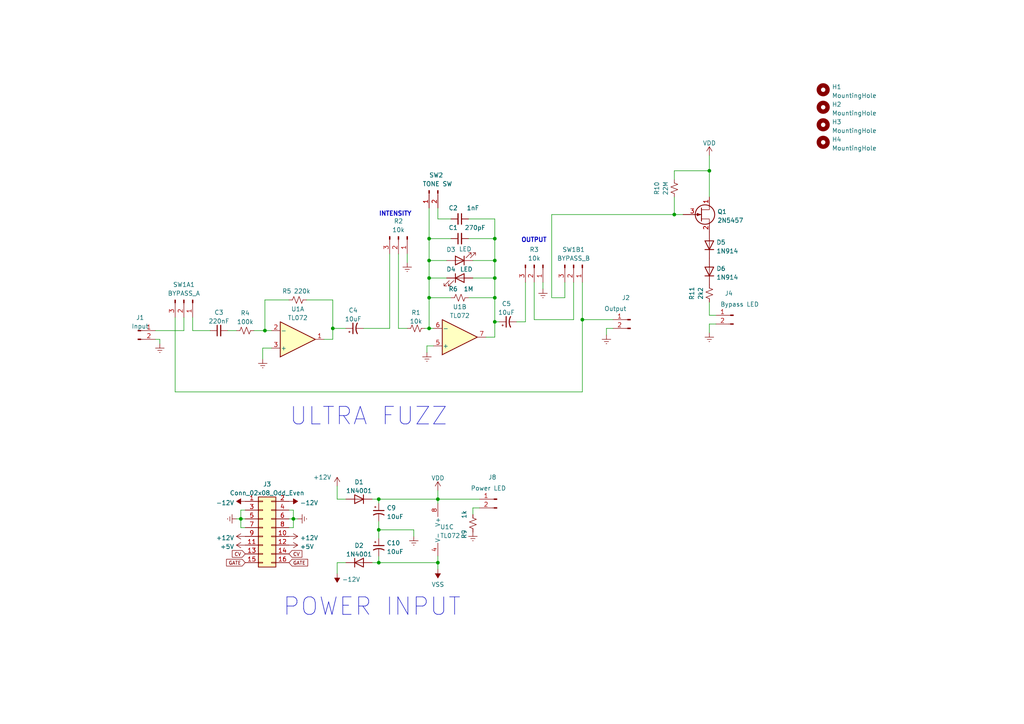
<source format=kicad_sch>
(kicad_sch (version 20211123) (generator eeschema)

  (uuid 8ec51121-6d80-4ad3-8ed7-33d09e783996)

  (paper "A4")

  (lib_symbols
    (symbol "Amplifier_Operational:TL072" (pin_names (offset 0.127)) (in_bom yes) (on_board yes)
      (property "Reference" "U" (id 0) (at 0 5.08 0)
        (effects (font (size 1.27 1.27)) (justify left))
      )
      (property "Value" "TL072" (id 1) (at 0 -5.08 0)
        (effects (font (size 1.27 1.27)) (justify left))
      )
      (property "Footprint" "" (id 2) (at 0 0 0)
        (effects (font (size 1.27 1.27)) hide)
      )
      (property "Datasheet" "http://www.ti.com/lit/ds/symlink/tl071.pdf" (id 3) (at 0 0 0)
        (effects (font (size 1.27 1.27)) hide)
      )
      (property "ki_locked" "" (id 4) (at 0 0 0)
        (effects (font (size 1.27 1.27)))
      )
      (property "ki_keywords" "dual opamp" (id 5) (at 0 0 0)
        (effects (font (size 1.27 1.27)) hide)
      )
      (property "ki_description" "Dual Low-Noise JFET-Input Operational Amplifiers, DIP-8/SOIC-8" (id 6) (at 0 0 0)
        (effects (font (size 1.27 1.27)) hide)
      )
      (property "ki_fp_filters" "SOIC*3.9x4.9mm*P1.27mm* DIP*W7.62mm* TO*99* OnSemi*Micro8* TSSOP*3x3mm*P0.65mm* TSSOP*4.4x3mm*P0.65mm* MSOP*3x3mm*P0.65mm* SSOP*3.9x4.9mm*P0.635mm* LFCSP*2x2mm*P0.5mm* *SIP* SOIC*5.3x6.2mm*P1.27mm*" (id 7) (at 0 0 0)
        (effects (font (size 1.27 1.27)) hide)
      )
      (symbol "TL072_1_1"
        (polyline
          (pts
            (xy -5.08 5.08)
            (xy 5.08 0)
            (xy -5.08 -5.08)
            (xy -5.08 5.08)
          )
          (stroke (width 0.254) (type default) (color 0 0 0 0))
          (fill (type background))
        )
        (pin output line (at 7.62 0 180) (length 2.54)
          (name "~" (effects (font (size 1.27 1.27))))
          (number "1" (effects (font (size 1.27 1.27))))
        )
        (pin input line (at -7.62 -2.54 0) (length 2.54)
          (name "-" (effects (font (size 1.27 1.27))))
          (number "2" (effects (font (size 1.27 1.27))))
        )
        (pin input line (at -7.62 2.54 0) (length 2.54)
          (name "+" (effects (font (size 1.27 1.27))))
          (number "3" (effects (font (size 1.27 1.27))))
        )
      )
      (symbol "TL072_2_1"
        (polyline
          (pts
            (xy -5.08 5.08)
            (xy 5.08 0)
            (xy -5.08 -5.08)
            (xy -5.08 5.08)
          )
          (stroke (width 0.254) (type default) (color 0 0 0 0))
          (fill (type background))
        )
        (pin input line (at -7.62 2.54 0) (length 2.54)
          (name "+" (effects (font (size 1.27 1.27))))
          (number "5" (effects (font (size 1.27 1.27))))
        )
        (pin input line (at -7.62 -2.54 0) (length 2.54)
          (name "-" (effects (font (size 1.27 1.27))))
          (number "6" (effects (font (size 1.27 1.27))))
        )
        (pin output line (at 7.62 0 180) (length 2.54)
          (name "~" (effects (font (size 1.27 1.27))))
          (number "7" (effects (font (size 1.27 1.27))))
        )
      )
      (symbol "TL072_3_1"
        (pin power_in line (at -2.54 -7.62 90) (length 3.81)
          (name "V-" (effects (font (size 1.27 1.27))))
          (number "4" (effects (font (size 1.27 1.27))))
        )
        (pin power_in line (at -2.54 7.62 270) (length 3.81)
          (name "V+" (effects (font (size 1.27 1.27))))
          (number "8" (effects (font (size 1.27 1.27))))
        )
      )
    )
    (symbol "Connector:Conn_01x02_Male" (pin_names (offset 1.016) hide) (in_bom yes) (on_board yes)
      (property "Reference" "J" (id 0) (at 0 2.54 0)
        (effects (font (size 1.27 1.27)))
      )
      (property "Value" "Conn_01x02_Male" (id 1) (at 0 -5.08 0)
        (effects (font (size 1.27 1.27)))
      )
      (property "Footprint" "" (id 2) (at 0 0 0)
        (effects (font (size 1.27 1.27)) hide)
      )
      (property "Datasheet" "~" (id 3) (at 0 0 0)
        (effects (font (size 1.27 1.27)) hide)
      )
      (property "ki_keywords" "connector" (id 4) (at 0 0 0)
        (effects (font (size 1.27 1.27)) hide)
      )
      (property "ki_description" "Generic connector, single row, 01x02, script generated (kicad-library-utils/schlib/autogen/connector/)" (id 5) (at 0 0 0)
        (effects (font (size 1.27 1.27)) hide)
      )
      (property "ki_fp_filters" "Connector*:*_1x??_*" (id 6) (at 0 0 0)
        (effects (font (size 1.27 1.27)) hide)
      )
      (symbol "Conn_01x02_Male_1_1"
        (polyline
          (pts
            (xy 1.27 -2.54)
            (xy 0.8636 -2.54)
          )
          (stroke (width 0.1524) (type default) (color 0 0 0 0))
          (fill (type none))
        )
        (polyline
          (pts
            (xy 1.27 0)
            (xy 0.8636 0)
          )
          (stroke (width 0.1524) (type default) (color 0 0 0 0))
          (fill (type none))
        )
        (rectangle (start 0.8636 -2.413) (end 0 -2.667)
          (stroke (width 0.1524) (type default) (color 0 0 0 0))
          (fill (type outline))
        )
        (rectangle (start 0.8636 0.127) (end 0 -0.127)
          (stroke (width 0.1524) (type default) (color 0 0 0 0))
          (fill (type outline))
        )
        (pin passive line (at 5.08 0 180) (length 3.81)
          (name "Pin_1" (effects (font (size 1.27 1.27))))
          (number "1" (effects (font (size 1.27 1.27))))
        )
        (pin passive line (at 5.08 -2.54 180) (length 3.81)
          (name "Pin_2" (effects (font (size 1.27 1.27))))
          (number "2" (effects (font (size 1.27 1.27))))
        )
      )
    )
    (symbol "Connector:Conn_01x03_Male" (pin_names (offset 1.016) hide) (in_bom yes) (on_board yes)
      (property "Reference" "J" (id 0) (at 0 5.08 0)
        (effects (font (size 1.27 1.27)))
      )
      (property "Value" "Conn_01x03_Male" (id 1) (at 0 -5.08 0)
        (effects (font (size 1.27 1.27)))
      )
      (property "Footprint" "" (id 2) (at 0 0 0)
        (effects (font (size 1.27 1.27)) hide)
      )
      (property "Datasheet" "~" (id 3) (at 0 0 0)
        (effects (font (size 1.27 1.27)) hide)
      )
      (property "ki_keywords" "connector" (id 4) (at 0 0 0)
        (effects (font (size 1.27 1.27)) hide)
      )
      (property "ki_description" "Generic connector, single row, 01x03, script generated (kicad-library-utils/schlib/autogen/connector/)" (id 5) (at 0 0 0)
        (effects (font (size 1.27 1.27)) hide)
      )
      (property "ki_fp_filters" "Connector*:*_1x??_*" (id 6) (at 0 0 0)
        (effects (font (size 1.27 1.27)) hide)
      )
      (symbol "Conn_01x03_Male_1_1"
        (polyline
          (pts
            (xy 1.27 -2.54)
            (xy 0.8636 -2.54)
          )
          (stroke (width 0.1524) (type default) (color 0 0 0 0))
          (fill (type none))
        )
        (polyline
          (pts
            (xy 1.27 0)
            (xy 0.8636 0)
          )
          (stroke (width 0.1524) (type default) (color 0 0 0 0))
          (fill (type none))
        )
        (polyline
          (pts
            (xy 1.27 2.54)
            (xy 0.8636 2.54)
          )
          (stroke (width 0.1524) (type default) (color 0 0 0 0))
          (fill (type none))
        )
        (rectangle (start 0.8636 -2.413) (end 0 -2.667)
          (stroke (width 0.1524) (type default) (color 0 0 0 0))
          (fill (type outline))
        )
        (rectangle (start 0.8636 0.127) (end 0 -0.127)
          (stroke (width 0.1524) (type default) (color 0 0 0 0))
          (fill (type outline))
        )
        (rectangle (start 0.8636 2.667) (end 0 2.413)
          (stroke (width 0.1524) (type default) (color 0 0 0 0))
          (fill (type outline))
        )
        (pin passive line (at 5.08 2.54 180) (length 3.81)
          (name "Pin_1" (effects (font (size 1.27 1.27))))
          (number "1" (effects (font (size 1.27 1.27))))
        )
        (pin passive line (at 5.08 0 180) (length 3.81)
          (name "Pin_2" (effects (font (size 1.27 1.27))))
          (number "2" (effects (font (size 1.27 1.27))))
        )
        (pin passive line (at 5.08 -2.54 180) (length 3.81)
          (name "Pin_3" (effects (font (size 1.27 1.27))))
          (number "3" (effects (font (size 1.27 1.27))))
        )
      )
    )
    (symbol "Connector_Generic:Conn_02x08_Odd_Even" (pin_names (offset 1.016) hide) (in_bom yes) (on_board yes)
      (property "Reference" "J" (id 0) (at 1.27 10.16 0)
        (effects (font (size 1.27 1.27)))
      )
      (property "Value" "Conn_02x08_Odd_Even" (id 1) (at 1.27 -12.7 0)
        (effects (font (size 1.27 1.27)))
      )
      (property "Footprint" "" (id 2) (at 0 0 0)
        (effects (font (size 1.27 1.27)) hide)
      )
      (property "Datasheet" "~" (id 3) (at 0 0 0)
        (effects (font (size 1.27 1.27)) hide)
      )
      (property "ki_keywords" "connector" (id 4) (at 0 0 0)
        (effects (font (size 1.27 1.27)) hide)
      )
      (property "ki_description" "Generic connector, double row, 02x08, odd/even pin numbering scheme (row 1 odd numbers, row 2 even numbers), script generated (kicad-library-utils/schlib/autogen/connector/)" (id 5) (at 0 0 0)
        (effects (font (size 1.27 1.27)) hide)
      )
      (property "ki_fp_filters" "Connector*:*_2x??_*" (id 6) (at 0 0 0)
        (effects (font (size 1.27 1.27)) hide)
      )
      (symbol "Conn_02x08_Odd_Even_1_1"
        (rectangle (start -1.27 -10.033) (end 0 -10.287)
          (stroke (width 0.1524) (type default) (color 0 0 0 0))
          (fill (type none))
        )
        (rectangle (start -1.27 -7.493) (end 0 -7.747)
          (stroke (width 0.1524) (type default) (color 0 0 0 0))
          (fill (type none))
        )
        (rectangle (start -1.27 -4.953) (end 0 -5.207)
          (stroke (width 0.1524) (type default) (color 0 0 0 0))
          (fill (type none))
        )
        (rectangle (start -1.27 -2.413) (end 0 -2.667)
          (stroke (width 0.1524) (type default) (color 0 0 0 0))
          (fill (type none))
        )
        (rectangle (start -1.27 0.127) (end 0 -0.127)
          (stroke (width 0.1524) (type default) (color 0 0 0 0))
          (fill (type none))
        )
        (rectangle (start -1.27 2.667) (end 0 2.413)
          (stroke (width 0.1524) (type default) (color 0 0 0 0))
          (fill (type none))
        )
        (rectangle (start -1.27 5.207) (end 0 4.953)
          (stroke (width 0.1524) (type default) (color 0 0 0 0))
          (fill (type none))
        )
        (rectangle (start -1.27 7.747) (end 0 7.493)
          (stroke (width 0.1524) (type default) (color 0 0 0 0))
          (fill (type none))
        )
        (rectangle (start -1.27 8.89) (end 3.81 -11.43)
          (stroke (width 0.254) (type default) (color 0 0 0 0))
          (fill (type background))
        )
        (rectangle (start 3.81 -10.033) (end 2.54 -10.287)
          (stroke (width 0.1524) (type default) (color 0 0 0 0))
          (fill (type none))
        )
        (rectangle (start 3.81 -7.493) (end 2.54 -7.747)
          (stroke (width 0.1524) (type default) (color 0 0 0 0))
          (fill (type none))
        )
        (rectangle (start 3.81 -4.953) (end 2.54 -5.207)
          (stroke (width 0.1524) (type default) (color 0 0 0 0))
          (fill (type none))
        )
        (rectangle (start 3.81 -2.413) (end 2.54 -2.667)
          (stroke (width 0.1524) (type default) (color 0 0 0 0))
          (fill (type none))
        )
        (rectangle (start 3.81 0.127) (end 2.54 -0.127)
          (stroke (width 0.1524) (type default) (color 0 0 0 0))
          (fill (type none))
        )
        (rectangle (start 3.81 2.667) (end 2.54 2.413)
          (stroke (width 0.1524) (type default) (color 0 0 0 0))
          (fill (type none))
        )
        (rectangle (start 3.81 5.207) (end 2.54 4.953)
          (stroke (width 0.1524) (type default) (color 0 0 0 0))
          (fill (type none))
        )
        (rectangle (start 3.81 7.747) (end 2.54 7.493)
          (stroke (width 0.1524) (type default) (color 0 0 0 0))
          (fill (type none))
        )
        (pin passive line (at -5.08 7.62 0) (length 3.81)
          (name "Pin_1" (effects (font (size 1.27 1.27))))
          (number "1" (effects (font (size 1.27 1.27))))
        )
        (pin passive line (at 7.62 -2.54 180) (length 3.81)
          (name "Pin_10" (effects (font (size 1.27 1.27))))
          (number "10" (effects (font (size 1.27 1.27))))
        )
        (pin passive line (at -5.08 -5.08 0) (length 3.81)
          (name "Pin_11" (effects (font (size 1.27 1.27))))
          (number "11" (effects (font (size 1.27 1.27))))
        )
        (pin passive line (at 7.62 -5.08 180) (length 3.81)
          (name "Pin_12" (effects (font (size 1.27 1.27))))
          (number "12" (effects (font (size 1.27 1.27))))
        )
        (pin passive line (at -5.08 -7.62 0) (length 3.81)
          (name "Pin_13" (effects (font (size 1.27 1.27))))
          (number "13" (effects (font (size 1.27 1.27))))
        )
        (pin passive line (at 7.62 -7.62 180) (length 3.81)
          (name "Pin_14" (effects (font (size 1.27 1.27))))
          (number "14" (effects (font (size 1.27 1.27))))
        )
        (pin passive line (at -5.08 -10.16 0) (length 3.81)
          (name "Pin_15" (effects (font (size 1.27 1.27))))
          (number "15" (effects (font (size 1.27 1.27))))
        )
        (pin passive line (at 7.62 -10.16 180) (length 3.81)
          (name "Pin_16" (effects (font (size 1.27 1.27))))
          (number "16" (effects (font (size 1.27 1.27))))
        )
        (pin passive line (at 7.62 7.62 180) (length 3.81)
          (name "Pin_2" (effects (font (size 1.27 1.27))))
          (number "2" (effects (font (size 1.27 1.27))))
        )
        (pin passive line (at -5.08 5.08 0) (length 3.81)
          (name "Pin_3" (effects (font (size 1.27 1.27))))
          (number "3" (effects (font (size 1.27 1.27))))
        )
        (pin passive line (at 7.62 5.08 180) (length 3.81)
          (name "Pin_4" (effects (font (size 1.27 1.27))))
          (number "4" (effects (font (size 1.27 1.27))))
        )
        (pin passive line (at -5.08 2.54 0) (length 3.81)
          (name "Pin_5" (effects (font (size 1.27 1.27))))
          (number "5" (effects (font (size 1.27 1.27))))
        )
        (pin passive line (at 7.62 2.54 180) (length 3.81)
          (name "Pin_6" (effects (font (size 1.27 1.27))))
          (number "6" (effects (font (size 1.27 1.27))))
        )
        (pin passive line (at -5.08 0 0) (length 3.81)
          (name "Pin_7" (effects (font (size 1.27 1.27))))
          (number "7" (effects (font (size 1.27 1.27))))
        )
        (pin passive line (at 7.62 0 180) (length 3.81)
          (name "Pin_8" (effects (font (size 1.27 1.27))))
          (number "8" (effects (font (size 1.27 1.27))))
        )
        (pin passive line (at -5.08 -2.54 0) (length 3.81)
          (name "Pin_9" (effects (font (size 1.27 1.27))))
          (number "9" (effects (font (size 1.27 1.27))))
        )
      )
    )
    (symbol "Device:C_Polarized_Small_US" (pin_numbers hide) (pin_names (offset 0.254) hide) (in_bom yes) (on_board yes)
      (property "Reference" "C" (id 0) (at 0.254 1.778 0)
        (effects (font (size 1.27 1.27)) (justify left))
      )
      (property "Value" "C_Polarized_Small_US" (id 1) (at 0.254 -2.032 0)
        (effects (font (size 1.27 1.27)) (justify left))
      )
      (property "Footprint" "" (id 2) (at 0 0 0)
        (effects (font (size 1.27 1.27)) hide)
      )
      (property "Datasheet" "~" (id 3) (at 0 0 0)
        (effects (font (size 1.27 1.27)) hide)
      )
      (property "ki_keywords" "cap capacitor" (id 4) (at 0 0 0)
        (effects (font (size 1.27 1.27)) hide)
      )
      (property "ki_description" "Polarized capacitor, small US symbol" (id 5) (at 0 0 0)
        (effects (font (size 1.27 1.27)) hide)
      )
      (property "ki_fp_filters" "CP_*" (id 6) (at 0 0 0)
        (effects (font (size 1.27 1.27)) hide)
      )
      (symbol "C_Polarized_Small_US_0_1"
        (polyline
          (pts
            (xy -1.524 0.508)
            (xy 1.524 0.508)
          )
          (stroke (width 0.3048) (type default) (color 0 0 0 0))
          (fill (type none))
        )
        (polyline
          (pts
            (xy -1.27 1.524)
            (xy -0.762 1.524)
          )
          (stroke (width 0) (type default) (color 0 0 0 0))
          (fill (type none))
        )
        (polyline
          (pts
            (xy -1.016 1.27)
            (xy -1.016 1.778)
          )
          (stroke (width 0) (type default) (color 0 0 0 0))
          (fill (type none))
        )
        (arc (start 1.524 -0.762) (mid 0 -0.3734) (end -1.524 -0.762)
          (stroke (width 0.3048) (type default) (color 0 0 0 0))
          (fill (type none))
        )
      )
      (symbol "C_Polarized_Small_US_1_1"
        (pin passive line (at 0 2.54 270) (length 2.032)
          (name "~" (effects (font (size 1.27 1.27))))
          (number "1" (effects (font (size 1.27 1.27))))
        )
        (pin passive line (at 0 -2.54 90) (length 2.032)
          (name "~" (effects (font (size 1.27 1.27))))
          (number "2" (effects (font (size 1.27 1.27))))
        )
      )
    )
    (symbol "Device:C_Small" (pin_numbers hide) (pin_names (offset 0.254) hide) (in_bom yes) (on_board yes)
      (property "Reference" "C" (id 0) (at 0.254 1.778 0)
        (effects (font (size 1.27 1.27)) (justify left))
      )
      (property "Value" "C_Small" (id 1) (at 0.254 -2.032 0)
        (effects (font (size 1.27 1.27)) (justify left))
      )
      (property "Footprint" "" (id 2) (at 0 0 0)
        (effects (font (size 1.27 1.27)) hide)
      )
      (property "Datasheet" "~" (id 3) (at 0 0 0)
        (effects (font (size 1.27 1.27)) hide)
      )
      (property "ki_keywords" "capacitor cap" (id 4) (at 0 0 0)
        (effects (font (size 1.27 1.27)) hide)
      )
      (property "ki_description" "Unpolarized capacitor, small symbol" (id 5) (at 0 0 0)
        (effects (font (size 1.27 1.27)) hide)
      )
      (property "ki_fp_filters" "C_*" (id 6) (at 0 0 0)
        (effects (font (size 1.27 1.27)) hide)
      )
      (symbol "C_Small_0_1"
        (polyline
          (pts
            (xy -1.524 -0.508)
            (xy 1.524 -0.508)
          )
          (stroke (width 0.3302) (type default) (color 0 0 0 0))
          (fill (type none))
        )
        (polyline
          (pts
            (xy -1.524 0.508)
            (xy 1.524 0.508)
          )
          (stroke (width 0.3048) (type default) (color 0 0 0 0))
          (fill (type none))
        )
      )
      (symbol "C_Small_1_1"
        (pin passive line (at 0 2.54 270) (length 2.032)
          (name "~" (effects (font (size 1.27 1.27))))
          (number "1" (effects (font (size 1.27 1.27))))
        )
        (pin passive line (at 0 -2.54 90) (length 2.032)
          (name "~" (effects (font (size 1.27 1.27))))
          (number "2" (effects (font (size 1.27 1.27))))
        )
      )
    )
    (symbol "Device:LED" (pin_numbers hide) (pin_names (offset 1.016) hide) (in_bom yes) (on_board yes)
      (property "Reference" "D" (id 0) (at 0 2.54 0)
        (effects (font (size 1.27 1.27)))
      )
      (property "Value" "LED" (id 1) (at 0 -2.54 0)
        (effects (font (size 1.27 1.27)))
      )
      (property "Footprint" "" (id 2) (at 0 0 0)
        (effects (font (size 1.27 1.27)) hide)
      )
      (property "Datasheet" "~" (id 3) (at 0 0 0)
        (effects (font (size 1.27 1.27)) hide)
      )
      (property "ki_keywords" "LED diode" (id 4) (at 0 0 0)
        (effects (font (size 1.27 1.27)) hide)
      )
      (property "ki_description" "Light emitting diode" (id 5) (at 0 0 0)
        (effects (font (size 1.27 1.27)) hide)
      )
      (property "ki_fp_filters" "LED* LED_SMD:* LED_THT:*" (id 6) (at 0 0 0)
        (effects (font (size 1.27 1.27)) hide)
      )
      (symbol "LED_0_1"
        (polyline
          (pts
            (xy -1.27 -1.27)
            (xy -1.27 1.27)
          )
          (stroke (width 0.254) (type default) (color 0 0 0 0))
          (fill (type none))
        )
        (polyline
          (pts
            (xy -1.27 0)
            (xy 1.27 0)
          )
          (stroke (width 0) (type default) (color 0 0 0 0))
          (fill (type none))
        )
        (polyline
          (pts
            (xy 1.27 -1.27)
            (xy 1.27 1.27)
            (xy -1.27 0)
            (xy 1.27 -1.27)
          )
          (stroke (width 0.254) (type default) (color 0 0 0 0))
          (fill (type none))
        )
        (polyline
          (pts
            (xy -3.048 -0.762)
            (xy -4.572 -2.286)
            (xy -3.81 -2.286)
            (xy -4.572 -2.286)
            (xy -4.572 -1.524)
          )
          (stroke (width 0) (type default) (color 0 0 0 0))
          (fill (type none))
        )
        (polyline
          (pts
            (xy -1.778 -0.762)
            (xy -3.302 -2.286)
            (xy -2.54 -2.286)
            (xy -3.302 -2.286)
            (xy -3.302 -1.524)
          )
          (stroke (width 0) (type default) (color 0 0 0 0))
          (fill (type none))
        )
      )
      (symbol "LED_1_1"
        (pin passive line (at -3.81 0 0) (length 2.54)
          (name "K" (effects (font (size 1.27 1.27))))
          (number "1" (effects (font (size 1.27 1.27))))
        )
        (pin passive line (at 3.81 0 180) (length 2.54)
          (name "A" (effects (font (size 1.27 1.27))))
          (number "2" (effects (font (size 1.27 1.27))))
        )
      )
    )
    (symbol "Device:Q_NJFET_DSG" (pin_names (offset 0) hide) (in_bom yes) (on_board yes)
      (property "Reference" "Q" (id 0) (at 5.08 1.27 0)
        (effects (font (size 1.27 1.27)) (justify left))
      )
      (property "Value" "Q_NJFET_DSG" (id 1) (at 5.08 -1.27 0)
        (effects (font (size 1.27 1.27)) (justify left))
      )
      (property "Footprint" "" (id 2) (at 5.08 2.54 0)
        (effects (font (size 1.27 1.27)) hide)
      )
      (property "Datasheet" "~" (id 3) (at 0 0 0)
        (effects (font (size 1.27 1.27)) hide)
      )
      (property "ki_keywords" "transistor NJFET N-JFET" (id 4) (at 0 0 0)
        (effects (font (size 1.27 1.27)) hide)
      )
      (property "ki_description" "N-JFET transistor, drain/source/gate" (id 5) (at 0 0 0)
        (effects (font (size 1.27 1.27)) hide)
      )
      (symbol "Q_NJFET_DSG_0_1"
        (polyline
          (pts
            (xy 0.254 1.905)
            (xy 0.254 -1.905)
            (xy 0.254 -1.905)
          )
          (stroke (width 0.254) (type default) (color 0 0 0 0))
          (fill (type none))
        )
        (polyline
          (pts
            (xy 2.54 -2.54)
            (xy 2.54 -1.27)
            (xy 0.254 -1.27)
          )
          (stroke (width 0) (type default) (color 0 0 0 0))
          (fill (type none))
        )
        (polyline
          (pts
            (xy 2.54 2.54)
            (xy 2.54 1.397)
            (xy 0.254 1.397)
          )
          (stroke (width 0) (type default) (color 0 0 0 0))
          (fill (type none))
        )
        (polyline
          (pts
            (xy 0 0)
            (xy -1.016 0.381)
            (xy -1.016 -0.381)
            (xy 0 0)
          )
          (stroke (width 0) (type default) (color 0 0 0 0))
          (fill (type outline))
        )
        (circle (center 1.27 0) (radius 2.8194)
          (stroke (width 0.254) (type default) (color 0 0 0 0))
          (fill (type none))
        )
      )
      (symbol "Q_NJFET_DSG_1_1"
        (pin passive line (at 2.54 5.08 270) (length 2.54)
          (name "D" (effects (font (size 1.27 1.27))))
          (number "1" (effects (font (size 1.27 1.27))))
        )
        (pin passive line (at 2.54 -5.08 90) (length 2.54)
          (name "S" (effects (font (size 1.27 1.27))))
          (number "2" (effects (font (size 1.27 1.27))))
        )
        (pin input line (at -5.08 0 0) (length 5.334)
          (name "G" (effects (font (size 1.27 1.27))))
          (number "3" (effects (font (size 1.27 1.27))))
        )
      )
    )
    (symbol "Device:R_Small_US" (pin_numbers hide) (pin_names (offset 0.254) hide) (in_bom yes) (on_board yes)
      (property "Reference" "R" (id 0) (at 0.762 0.508 0)
        (effects (font (size 1.27 1.27)) (justify left))
      )
      (property "Value" "R_Small_US" (id 1) (at 0.762 -1.016 0)
        (effects (font (size 1.27 1.27)) (justify left))
      )
      (property "Footprint" "" (id 2) (at 0 0 0)
        (effects (font (size 1.27 1.27)) hide)
      )
      (property "Datasheet" "~" (id 3) (at 0 0 0)
        (effects (font (size 1.27 1.27)) hide)
      )
      (property "ki_keywords" "r resistor" (id 4) (at 0 0 0)
        (effects (font (size 1.27 1.27)) hide)
      )
      (property "ki_description" "Resistor, small US symbol" (id 5) (at 0 0 0)
        (effects (font (size 1.27 1.27)) hide)
      )
      (property "ki_fp_filters" "R_*" (id 6) (at 0 0 0)
        (effects (font (size 1.27 1.27)) hide)
      )
      (symbol "R_Small_US_1_1"
        (polyline
          (pts
            (xy 0 0)
            (xy 1.016 -0.381)
            (xy 0 -0.762)
            (xy -1.016 -1.143)
            (xy 0 -1.524)
          )
          (stroke (width 0) (type default) (color 0 0 0 0))
          (fill (type none))
        )
        (polyline
          (pts
            (xy 0 1.524)
            (xy 1.016 1.143)
            (xy 0 0.762)
            (xy -1.016 0.381)
            (xy 0 0)
          )
          (stroke (width 0) (type default) (color 0 0 0 0))
          (fill (type none))
        )
        (pin passive line (at 0 2.54 270) (length 1.016)
          (name "~" (effects (font (size 1.27 1.27))))
          (number "1" (effects (font (size 1.27 1.27))))
        )
        (pin passive line (at 0 -2.54 90) (length 1.016)
          (name "~" (effects (font (size 1.27 1.27))))
          (number "2" (effects (font (size 1.27 1.27))))
        )
      )
    )
    (symbol "Diode:1N4001" (pin_numbers hide) (pin_names (offset 1.016) hide) (in_bom yes) (on_board yes)
      (property "Reference" "D" (id 0) (at 0 2.54 0)
        (effects (font (size 1.27 1.27)))
      )
      (property "Value" "1N4001" (id 1) (at 0 -2.54 0)
        (effects (font (size 1.27 1.27)))
      )
      (property "Footprint" "Diode_THT:D_DO-41_SOD81_P10.16mm_Horizontal" (id 2) (at 0 -4.445 0)
        (effects (font (size 1.27 1.27)) hide)
      )
      (property "Datasheet" "http://www.vishay.com/docs/88503/1n4001.pdf" (id 3) (at 0 0 0)
        (effects (font (size 1.27 1.27)) hide)
      )
      (property "ki_keywords" "diode" (id 4) (at 0 0 0)
        (effects (font (size 1.27 1.27)) hide)
      )
      (property "ki_description" "50V 1A General Purpose Rectifier Diode, DO-41" (id 5) (at 0 0 0)
        (effects (font (size 1.27 1.27)) hide)
      )
      (property "ki_fp_filters" "D*DO?41*" (id 6) (at 0 0 0)
        (effects (font (size 1.27 1.27)) hide)
      )
      (symbol "1N4001_0_1"
        (polyline
          (pts
            (xy -1.27 1.27)
            (xy -1.27 -1.27)
          )
          (stroke (width 0.254) (type default) (color 0 0 0 0))
          (fill (type none))
        )
        (polyline
          (pts
            (xy 1.27 0)
            (xy -1.27 0)
          )
          (stroke (width 0) (type default) (color 0 0 0 0))
          (fill (type none))
        )
        (polyline
          (pts
            (xy 1.27 1.27)
            (xy 1.27 -1.27)
            (xy -1.27 0)
            (xy 1.27 1.27)
          )
          (stroke (width 0.254) (type default) (color 0 0 0 0))
          (fill (type none))
        )
      )
      (symbol "1N4001_1_1"
        (pin passive line (at -3.81 0 0) (length 2.54)
          (name "K" (effects (font (size 1.27 1.27))))
          (number "1" (effects (font (size 1.27 1.27))))
        )
        (pin passive line (at 3.81 0 180) (length 2.54)
          (name "A" (effects (font (size 1.27 1.27))))
          (number "2" (effects (font (size 1.27 1.27))))
        )
      )
    )
    (symbol "Diode:1N914" (pin_numbers hide) (pin_names (offset 1.016) hide) (in_bom yes) (on_board yes)
      (property "Reference" "D" (id 0) (at 0 2.54 0)
        (effects (font (size 1.27 1.27)))
      )
      (property "Value" "1N914" (id 1) (at 0 -2.54 0)
        (effects (font (size 1.27 1.27)))
      )
      (property "Footprint" "Diode_THT:D_DO-35_SOD27_P7.62mm_Horizontal" (id 2) (at 0 -4.445 0)
        (effects (font (size 1.27 1.27)) hide)
      )
      (property "Datasheet" "http://www.vishay.com/docs/85622/1n914.pdf" (id 3) (at 0 0 0)
        (effects (font (size 1.27 1.27)) hide)
      )
      (property "ki_keywords" "diode" (id 4) (at 0 0 0)
        (effects (font (size 1.27 1.27)) hide)
      )
      (property "ki_description" "100V 0.3A Small Signal Fast Switching Diode, DO-35" (id 5) (at 0 0 0)
        (effects (font (size 1.27 1.27)) hide)
      )
      (property "ki_fp_filters" "D*DO?35*" (id 6) (at 0 0 0)
        (effects (font (size 1.27 1.27)) hide)
      )
      (symbol "1N914_0_1"
        (polyline
          (pts
            (xy -1.27 1.27)
            (xy -1.27 -1.27)
          )
          (stroke (width 0.254) (type default) (color 0 0 0 0))
          (fill (type none))
        )
        (polyline
          (pts
            (xy 1.27 0)
            (xy -1.27 0)
          )
          (stroke (width 0) (type default) (color 0 0 0 0))
          (fill (type none))
        )
        (polyline
          (pts
            (xy 1.27 1.27)
            (xy 1.27 -1.27)
            (xy -1.27 0)
            (xy 1.27 1.27)
          )
          (stroke (width 0.254) (type default) (color 0 0 0 0))
          (fill (type none))
        )
      )
      (symbol "1N914_1_1"
        (pin passive line (at -3.81 0 0) (length 2.54)
          (name "K" (effects (font (size 1.27 1.27))))
          (number "1" (effects (font (size 1.27 1.27))))
        )
        (pin passive line (at 3.81 0 180) (length 2.54)
          (name "A" (effects (font (size 1.27 1.27))))
          (number "2" (effects (font (size 1.27 1.27))))
        )
      )
    )
    (symbol "Mechanical:MountingHole" (pin_names (offset 1.016)) (in_bom yes) (on_board yes)
      (property "Reference" "H" (id 0) (at 0 5.08 0)
        (effects (font (size 1.27 1.27)))
      )
      (property "Value" "MountingHole" (id 1) (at 0 3.175 0)
        (effects (font (size 1.27 1.27)))
      )
      (property "Footprint" "" (id 2) (at 0 0 0)
        (effects (font (size 1.27 1.27)) hide)
      )
      (property "Datasheet" "~" (id 3) (at 0 0 0)
        (effects (font (size 1.27 1.27)) hide)
      )
      (property "ki_keywords" "mounting hole" (id 4) (at 0 0 0)
        (effects (font (size 1.27 1.27)) hide)
      )
      (property "ki_description" "Mounting Hole without connection" (id 5) (at 0 0 0)
        (effects (font (size 1.27 1.27)) hide)
      )
      (property "ki_fp_filters" "MountingHole*" (id 6) (at 0 0 0)
        (effects (font (size 1.27 1.27)) hide)
      )
      (symbol "MountingHole_0_1"
        (circle (center 0 0) (radius 1.27)
          (stroke (width 1.27) (type default) (color 0 0 0 0))
          (fill (type none))
        )
      )
    )
    (symbol "power:+12V" (power) (pin_names (offset 0)) (in_bom yes) (on_board yes)
      (property "Reference" "#PWR" (id 0) (at 0 -3.81 0)
        (effects (font (size 1.27 1.27)) hide)
      )
      (property "Value" "+12V" (id 1) (at 0 3.556 0)
        (effects (font (size 1.27 1.27)))
      )
      (property "Footprint" "" (id 2) (at 0 0 0)
        (effects (font (size 1.27 1.27)) hide)
      )
      (property "Datasheet" "" (id 3) (at 0 0 0)
        (effects (font (size 1.27 1.27)) hide)
      )
      (property "ki_keywords" "power-flag" (id 4) (at 0 0 0)
        (effects (font (size 1.27 1.27)) hide)
      )
      (property "ki_description" "Power symbol creates a global label with name \"+12V\"" (id 5) (at 0 0 0)
        (effects (font (size 1.27 1.27)) hide)
      )
      (symbol "+12V_0_1"
        (polyline
          (pts
            (xy -0.762 1.27)
            (xy 0 2.54)
          )
          (stroke (width 0) (type default) (color 0 0 0 0))
          (fill (type none))
        )
        (polyline
          (pts
            (xy 0 0)
            (xy 0 2.54)
          )
          (stroke (width 0) (type default) (color 0 0 0 0))
          (fill (type none))
        )
        (polyline
          (pts
            (xy 0 2.54)
            (xy 0.762 1.27)
          )
          (stroke (width 0) (type default) (color 0 0 0 0))
          (fill (type none))
        )
      )
      (symbol "+12V_1_1"
        (pin power_in line (at 0 0 90) (length 0) hide
          (name "+12V" (effects (font (size 1.27 1.27))))
          (number "1" (effects (font (size 1.27 1.27))))
        )
      )
    )
    (symbol "power:+5V" (power) (pin_names (offset 0)) (in_bom yes) (on_board yes)
      (property "Reference" "#PWR" (id 0) (at 0 -3.81 0)
        (effects (font (size 1.27 1.27)) hide)
      )
      (property "Value" "+5V" (id 1) (at 0 3.556 0)
        (effects (font (size 1.27 1.27)))
      )
      (property "Footprint" "" (id 2) (at 0 0 0)
        (effects (font (size 1.27 1.27)) hide)
      )
      (property "Datasheet" "" (id 3) (at 0 0 0)
        (effects (font (size 1.27 1.27)) hide)
      )
      (property "ki_keywords" "power-flag" (id 4) (at 0 0 0)
        (effects (font (size 1.27 1.27)) hide)
      )
      (property "ki_description" "Power symbol creates a global label with name \"+5V\"" (id 5) (at 0 0 0)
        (effects (font (size 1.27 1.27)) hide)
      )
      (symbol "+5V_0_1"
        (polyline
          (pts
            (xy -0.762 1.27)
            (xy 0 2.54)
          )
          (stroke (width 0) (type default) (color 0 0 0 0))
          (fill (type none))
        )
        (polyline
          (pts
            (xy 0 0)
            (xy 0 2.54)
          )
          (stroke (width 0) (type default) (color 0 0 0 0))
          (fill (type none))
        )
        (polyline
          (pts
            (xy 0 2.54)
            (xy 0.762 1.27)
          )
          (stroke (width 0) (type default) (color 0 0 0 0))
          (fill (type none))
        )
      )
      (symbol "+5V_1_1"
        (pin power_in line (at 0 0 90) (length 0) hide
          (name "+5V" (effects (font (size 1.27 1.27))))
          (number "1" (effects (font (size 1.27 1.27))))
        )
      )
    )
    (symbol "power:-12V" (power) (pin_names (offset 0)) (in_bom yes) (on_board yes)
      (property "Reference" "#PWR" (id 0) (at 0 2.54 0)
        (effects (font (size 1.27 1.27)) hide)
      )
      (property "Value" "-12V" (id 1) (at 0 3.81 0)
        (effects (font (size 1.27 1.27)))
      )
      (property "Footprint" "" (id 2) (at 0 0 0)
        (effects (font (size 1.27 1.27)) hide)
      )
      (property "Datasheet" "" (id 3) (at 0 0 0)
        (effects (font (size 1.27 1.27)) hide)
      )
      (property "ki_keywords" "power-flag" (id 4) (at 0 0 0)
        (effects (font (size 1.27 1.27)) hide)
      )
      (property "ki_description" "Power symbol creates a global label with name \"-12V\"" (id 5) (at 0 0 0)
        (effects (font (size 1.27 1.27)) hide)
      )
      (symbol "-12V_0_0"
        (pin power_in line (at 0 0 90) (length 0) hide
          (name "-12V" (effects (font (size 1.27 1.27))))
          (number "1" (effects (font (size 1.27 1.27))))
        )
      )
      (symbol "-12V_0_1"
        (polyline
          (pts
            (xy 0 0)
            (xy 0 1.27)
            (xy 0.762 1.27)
            (xy 0 2.54)
            (xy -0.762 1.27)
            (xy 0 1.27)
          )
          (stroke (width 0) (type default) (color 0 0 0 0))
          (fill (type outline))
        )
      )
    )
    (symbol "power:Earth" (power) (pin_names (offset 0)) (in_bom yes) (on_board yes)
      (property "Reference" "#PWR" (id 0) (at 0 -6.35 0)
        (effects (font (size 1.27 1.27)) hide)
      )
      (property "Value" "Earth" (id 1) (at 0 -3.81 0)
        (effects (font (size 1.27 1.27)) hide)
      )
      (property "Footprint" "" (id 2) (at 0 0 0)
        (effects (font (size 1.27 1.27)) hide)
      )
      (property "Datasheet" "~" (id 3) (at 0 0 0)
        (effects (font (size 1.27 1.27)) hide)
      )
      (property "ki_keywords" "power-flag ground gnd" (id 4) (at 0 0 0)
        (effects (font (size 1.27 1.27)) hide)
      )
      (property "ki_description" "Power symbol creates a global label with name \"Earth\"" (id 5) (at 0 0 0)
        (effects (font (size 1.27 1.27)) hide)
      )
      (symbol "Earth_0_1"
        (polyline
          (pts
            (xy -0.635 -1.905)
            (xy 0.635 -1.905)
          )
          (stroke (width 0) (type default) (color 0 0 0 0))
          (fill (type none))
        )
        (polyline
          (pts
            (xy -0.127 -2.54)
            (xy 0.127 -2.54)
          )
          (stroke (width 0) (type default) (color 0 0 0 0))
          (fill (type none))
        )
        (polyline
          (pts
            (xy 0 -1.27)
            (xy 0 0)
          )
          (stroke (width 0) (type default) (color 0 0 0 0))
          (fill (type none))
        )
        (polyline
          (pts
            (xy 1.27 -1.27)
            (xy -1.27 -1.27)
          )
          (stroke (width 0) (type default) (color 0 0 0 0))
          (fill (type none))
        )
      )
      (symbol "Earth_1_1"
        (pin power_in line (at 0 0 270) (length 0) hide
          (name "Earth" (effects (font (size 1.27 1.27))))
          (number "1" (effects (font (size 1.27 1.27))))
        )
      )
    )
    (symbol "power:VDD" (power) (pin_names (offset 0)) (in_bom yes) (on_board yes)
      (property "Reference" "#PWR" (id 0) (at 0 -3.81 0)
        (effects (font (size 1.27 1.27)) hide)
      )
      (property "Value" "VDD" (id 1) (at 0 3.81 0)
        (effects (font (size 1.27 1.27)))
      )
      (property "Footprint" "" (id 2) (at 0 0 0)
        (effects (font (size 1.27 1.27)) hide)
      )
      (property "Datasheet" "" (id 3) (at 0 0 0)
        (effects (font (size 1.27 1.27)) hide)
      )
      (property "ki_keywords" "power-flag" (id 4) (at 0 0 0)
        (effects (font (size 1.27 1.27)) hide)
      )
      (property "ki_description" "Power symbol creates a global label with name \"VDD\"" (id 5) (at 0 0 0)
        (effects (font (size 1.27 1.27)) hide)
      )
      (symbol "VDD_0_1"
        (polyline
          (pts
            (xy -0.762 1.27)
            (xy 0 2.54)
          )
          (stroke (width 0) (type default) (color 0 0 0 0))
          (fill (type none))
        )
        (polyline
          (pts
            (xy 0 0)
            (xy 0 2.54)
          )
          (stroke (width 0) (type default) (color 0 0 0 0))
          (fill (type none))
        )
        (polyline
          (pts
            (xy 0 2.54)
            (xy 0.762 1.27)
          )
          (stroke (width 0) (type default) (color 0 0 0 0))
          (fill (type none))
        )
      )
      (symbol "VDD_1_1"
        (pin power_in line (at 0 0 90) (length 0) hide
          (name "VDD" (effects (font (size 1.27 1.27))))
          (number "1" (effects (font (size 1.27 1.27))))
        )
      )
    )
    (symbol "power:VSS" (power) (pin_names (offset 0)) (in_bom yes) (on_board yes)
      (property "Reference" "#PWR" (id 0) (at 0 -3.81 0)
        (effects (font (size 1.27 1.27)) hide)
      )
      (property "Value" "VSS" (id 1) (at 0 3.81 0)
        (effects (font (size 1.27 1.27)))
      )
      (property "Footprint" "" (id 2) (at 0 0 0)
        (effects (font (size 1.27 1.27)) hide)
      )
      (property "Datasheet" "" (id 3) (at 0 0 0)
        (effects (font (size 1.27 1.27)) hide)
      )
      (property "ki_keywords" "power-flag" (id 4) (at 0 0 0)
        (effects (font (size 1.27 1.27)) hide)
      )
      (property "ki_description" "Power symbol creates a global label with name \"VSS\"" (id 5) (at 0 0 0)
        (effects (font (size 1.27 1.27)) hide)
      )
      (symbol "VSS_0_1"
        (polyline
          (pts
            (xy 0 0)
            (xy 0 2.54)
          )
          (stroke (width 0) (type default) (color 0 0 0 0))
          (fill (type none))
        )
        (polyline
          (pts
            (xy 0.762 1.27)
            (xy -0.762 1.27)
            (xy 0 2.54)
            (xy 0.762 1.27)
          )
          (stroke (width 0) (type default) (color 0 0 0 0))
          (fill (type outline))
        )
      )
      (symbol "VSS_1_1"
        (pin power_in line (at 0 0 90) (length 0) hide
          (name "VSS" (effects (font (size 1.27 1.27))))
          (number "1" (effects (font (size 1.27 1.27))))
        )
      )
    )
  )


  (junction (at 143.51 69.215) (diameter 0) (color 0 0 0 0)
    (uuid 082656b3-b413-4531-a19a-18f97643a202)
  )
  (junction (at 143.51 86.36) (diameter 0) (color 0 0 0 0)
    (uuid 2171fa61-858b-488b-a489-ba64bf7bbe43)
  )
  (junction (at 109.855 144.78) (diameter 0) (color 0 0 0 0)
    (uuid 271ecc1c-8497-4084-82eb-cbcb083bec6c)
  )
  (junction (at 109.855 163.195) (diameter 0) (color 0 0 0 0)
    (uuid 37fac819-475d-46e9-88cc-28a7c7e932fe)
  )
  (junction (at 143.51 80.645) (diameter 0) (color 0 0 0 0)
    (uuid 412b041b-c260-4d04-b1f8-f570d990f53c)
  )
  (junction (at 127 144.78) (diameter 0) (color 0 0 0 0)
    (uuid 44777790-ccaf-4cef-8234-3f51747dc3a2)
  )
  (junction (at 96.52 95.25) (diameter 0) (color 0 0 0 0)
    (uuid 6edec83a-d412-460d-a74d-fb369b00b9c8)
  )
  (junction (at 205.74 49.53) (diameter 0) (color 0 0 0 0)
    (uuid 7437e9a1-c16f-43e4-bbbf-0f9977ff8848)
  )
  (junction (at 85.09 150.495) (diameter 0) (color 0 0 0 0)
    (uuid ad7e69f7-b6a8-4257-a1e2-36476163bd9d)
  )
  (junction (at 124.46 69.215) (diameter 0) (color 0 0 0 0)
    (uuid b2673ba7-c5fa-420e-9210-344e7bec3245)
  )
  (junction (at 124.46 95.25) (diameter 0) (color 0 0 0 0)
    (uuid b78b4a76-f8cf-41ca-be72-20ed1b37e1d3)
  )
  (junction (at 124.46 75.565) (diameter 0) (color 0 0 0 0)
    (uuid c9d5b235-f5e0-40a2-84f8-b043ffd95d83)
  )
  (junction (at 124.46 80.645) (diameter 0) (color 0 0 0 0)
    (uuid d07b7548-3d83-462a-808b-fc719e4880c3)
  )
  (junction (at 127 163.195) (diameter 0) (color 0 0 0 0)
    (uuid dab71fea-d6f0-42d5-8e42-c3c5d931c626)
  )
  (junction (at 76.835 95.885) (diameter 0) (color 0 0 0 0)
    (uuid dee6fb48-cc73-4a0b-9ae3-ca51c7042d9b)
  )
  (junction (at 168.91 92.71) (diameter 0) (color 0 0 0 0)
    (uuid e2517ba8-325e-44d1-abaa-fbf939f9d12b)
  )
  (junction (at 69.85 150.495) (diameter 0) (color 0 0 0 0)
    (uuid e57e1612-ce5d-4751-9f75-35ff0c475bcb)
  )
  (junction (at 124.46 86.36) (diameter 0) (color 0 0 0 0)
    (uuid e80254c4-5376-43a4-a2c9-fad71de7684a)
  )
  (junction (at 143.51 93.345) (diameter 0) (color 0 0 0 0)
    (uuid e8b16211-5427-40f0-97c8-bde7534a9c6a)
  )
  (junction (at 195.58 62.23) (diameter 0) (color 0 0 0 0)
    (uuid f4ef9ea0-bf35-4ab8-8aad-fb82652534b6)
  )
  (junction (at 109.855 153.67) (diameter 0) (color 0 0 0 0)
    (uuid f7ab4208-cd91-4a67-97f0-ab5ae95c20ea)
  )
  (junction (at 143.51 75.565) (diameter 0) (color 0 0 0 0)
    (uuid fcbff7e0-a916-4fc1-94d7-b19eda71353b)
  )

  (wire (pts (xy 124.46 69.215) (xy 130.81 69.215))
    (stroke (width 0) (type default) (color 0 0 0 0))
    (uuid 00a79f80-9f54-450a-97d0-4e8f9ae1eadd)
  )
  (wire (pts (xy 205.74 91.44) (xy 207.645 91.44))
    (stroke (width 0) (type default) (color 0 0 0 0))
    (uuid 00dc27f1-0169-4690-a166-9fc502d6837f)
  )
  (wire (pts (xy 135.89 69.215) (xy 143.51 69.215))
    (stroke (width 0) (type default) (color 0 0 0 0))
    (uuid 015e15ca-7f42-4b38-8285-4ebf348f11f9)
  )
  (wire (pts (xy 69.85 150.495) (xy 71.12 150.495))
    (stroke (width 0) (type default) (color 0 0 0 0))
    (uuid 021f6de7-be70-4eb3-b769-2fdebab2f7b6)
  )
  (wire (pts (xy 143.51 93.345) (xy 143.51 86.36))
    (stroke (width 0) (type default) (color 0 0 0 0))
    (uuid 050b1643-e4c4-4d42-8424-2dd2d84ef0c9)
  )
  (wire (pts (xy 137.16 147.32) (xy 137.16 149.225))
    (stroke (width 0) (type default) (color 0 0 0 0))
    (uuid 063c66a3-f72e-48f6-a569-cb4a75dc0cc4)
  )
  (wire (pts (xy 96.52 86.995) (xy 96.52 95.25))
    (stroke (width 0) (type default) (color 0 0 0 0))
    (uuid 084087ec-71e7-4e0c-9500-8616f97b780e)
  )
  (wire (pts (xy 50.8 113.665) (xy 168.91 113.665))
    (stroke (width 0) (type default) (color 0 0 0 0))
    (uuid 0a0707da-ae3d-4bcc-95e3-308f2f87a391)
  )
  (wire (pts (xy 127 60.325) (xy 127 63.5))
    (stroke (width 0) (type default) (color 0 0 0 0))
    (uuid 0a3bd857-20ce-4072-804b-e9a82e5afb0f)
  )
  (wire (pts (xy 118.11 95.25) (xy 115.57 95.25))
    (stroke (width 0) (type default) (color 0 0 0 0))
    (uuid 0b18681f-f1a2-4f42-aa11-6926d11aec72)
  )
  (wire (pts (xy 168.91 92.71) (xy 168.91 81.915))
    (stroke (width 0) (type default) (color 0 0 0 0))
    (uuid 0fcad0ef-e3cc-49fc-a446-09cd35aab3ac)
  )
  (wire (pts (xy 124.46 95.25) (xy 124.46 86.36))
    (stroke (width 0) (type default) (color 0 0 0 0))
    (uuid 11c5b0c7-72a9-41b8-b9d0-2b9eee6c019b)
  )
  (wire (pts (xy 85.09 150.495) (xy 85.09 153.035))
    (stroke (width 0) (type default) (color 0 0 0 0))
    (uuid 15a3644b-9383-47ea-aae0-a2260e1f0e8d)
  )
  (wire (pts (xy 123.19 95.25) (xy 124.46 95.25))
    (stroke (width 0) (type default) (color 0 0 0 0))
    (uuid 1655aca6-c5dd-4882-a137-57f32fd1dcc0)
  )
  (wire (pts (xy 96.52 95.25) (xy 96.52 98.425))
    (stroke (width 0) (type default) (color 0 0 0 0))
    (uuid 1950910b-b33c-47da-afc7-4b17207b740d)
  )
  (wire (pts (xy 205.74 45.085) (xy 205.74 49.53))
    (stroke (width 0) (type default) (color 0 0 0 0))
    (uuid 1b45c140-1462-4440-8eb2-80ba8b6799ee)
  )
  (wire (pts (xy 83.82 147.955) (xy 85.09 147.955))
    (stroke (width 0) (type default) (color 0 0 0 0))
    (uuid 1dfb3221-f8ca-49fb-828d-22372b8f0185)
  )
  (wire (pts (xy 113.03 73.66) (xy 113.03 95.25))
    (stroke (width 0) (type default) (color 0 0 0 0))
    (uuid 1edb7a29-73bc-4c50-bbab-0c423c79dac6)
  )
  (wire (pts (xy 152.4 81.915) (xy 152.4 93.345))
    (stroke (width 0) (type default) (color 0 0 0 0))
    (uuid 20496a36-622f-4cb8-bc4d-184b3451f0df)
  )
  (wire (pts (xy 143.51 75.565) (xy 143.51 80.645))
    (stroke (width 0) (type default) (color 0 0 0 0))
    (uuid 20d71779-3bea-45c5-a8c1-cea56d13c8a7)
  )
  (wire (pts (xy 124.46 86.36) (xy 130.81 86.36))
    (stroke (width 0) (type default) (color 0 0 0 0))
    (uuid 230ddd5a-f7c2-4954-9fc3-3fdb3e23c500)
  )
  (wire (pts (xy 154.94 81.915) (xy 154.94 92.71))
    (stroke (width 0) (type default) (color 0 0 0 0))
    (uuid 24289bad-50c9-4ee5-be4f-d8f2370f4193)
  )
  (wire (pts (xy 109.855 144.78) (xy 127 144.78))
    (stroke (width 0) (type default) (color 0 0 0 0))
    (uuid 259bef9b-90b9-40a6-8112-acbbe9cdfe31)
  )
  (wire (pts (xy 55.88 95.885) (xy 60.96 95.885))
    (stroke (width 0) (type default) (color 0 0 0 0))
    (uuid 26d02d64-be6e-4423-98ba-47da56c4bc7e)
  )
  (wire (pts (xy 118.11 73.66) (xy 118.11 76.2))
    (stroke (width 0) (type default) (color 0 0 0 0))
    (uuid 2748c3e8-0e18-4c98-8a23-47b477b23db5)
  )
  (wire (pts (xy 127 142.24) (xy 127 144.78))
    (stroke (width 0) (type default) (color 0 0 0 0))
    (uuid 28ebfab6-7892-41d3-be2c-01a6de58e754)
  )
  (wire (pts (xy 100.33 95.25) (xy 96.52 95.25))
    (stroke (width 0) (type default) (color 0 0 0 0))
    (uuid 29b051f4-cc0b-49e5-9e55-9eb6884993d0)
  )
  (wire (pts (xy 76.835 86.995) (xy 83.82 86.995))
    (stroke (width 0) (type default) (color 0 0 0 0))
    (uuid 2d77f3f6-58b5-42b4-87ce-6bd9ea4a7b1a)
  )
  (wire (pts (xy 109.855 144.78) (xy 109.855 146.05))
    (stroke (width 0) (type default) (color 0 0 0 0))
    (uuid 35612164-5e87-42e6-9ffa-30d6f9d097ca)
  )
  (wire (pts (xy 109.855 153.67) (xy 109.855 156.21))
    (stroke (width 0) (type default) (color 0 0 0 0))
    (uuid 36164bcb-6865-4b29-8a26-feb3f578f862)
  )
  (wire (pts (xy 105.41 95.25) (xy 113.03 95.25))
    (stroke (width 0) (type default) (color 0 0 0 0))
    (uuid 363c8ee1-71ae-4d71-ab87-4facc8f65922)
  )
  (wire (pts (xy 76.2 100.965) (xy 76.2 104.14))
    (stroke (width 0) (type default) (color 0 0 0 0))
    (uuid 36951aa7-b574-41fe-8b87-412b46487b59)
  )
  (wire (pts (xy 160.02 62.23) (xy 160.02 86.36))
    (stroke (width 0) (type default) (color 0 0 0 0))
    (uuid 370590b0-c1e8-403d-93a8-8f060d21d15b)
  )
  (wire (pts (xy 127 144.78) (xy 127 146.05))
    (stroke (width 0) (type default) (color 0 0 0 0))
    (uuid 3a8e01ba-ccf2-4099-ada0-cce07496b2e8)
  )
  (wire (pts (xy 107.95 163.195) (xy 109.855 163.195))
    (stroke (width 0) (type default) (color 0 0 0 0))
    (uuid 3b0479d8-4a3c-4dcc-9159-d6c7e8e816bd)
  )
  (wire (pts (xy 154.94 92.71) (xy 166.37 92.71))
    (stroke (width 0) (type default) (color 0 0 0 0))
    (uuid 3f697654-16fc-4f20-8a88-84867765cd4e)
  )
  (wire (pts (xy 107.95 144.78) (xy 109.855 144.78))
    (stroke (width 0) (type default) (color 0 0 0 0))
    (uuid 4435c616-6f84-42c4-b119-6da10bfe0faa)
  )
  (wire (pts (xy 124.46 80.645) (xy 124.46 86.36))
    (stroke (width 0) (type default) (color 0 0 0 0))
    (uuid 463539c2-a575-4b36-b173-5a64cfb5de64)
  )
  (wire (pts (xy 124.46 95.25) (xy 125.73 95.25))
    (stroke (width 0) (type default) (color 0 0 0 0))
    (uuid 4721739b-8438-4226-bef3-8efdb13e39a0)
  )
  (wire (pts (xy 124.46 75.565) (xy 124.46 69.215))
    (stroke (width 0) (type default) (color 0 0 0 0))
    (uuid 47637d4f-1150-4577-b6c4-51c5562938ad)
  )
  (wire (pts (xy 88.9 86.995) (xy 96.52 86.995))
    (stroke (width 0) (type default) (color 0 0 0 0))
    (uuid 49324242-485b-4023-88e2-23818431f708)
  )
  (wire (pts (xy 143.51 69.215) (xy 143.51 75.565))
    (stroke (width 0) (type default) (color 0 0 0 0))
    (uuid 4a34e4a6-4d5e-49b2-80e5-5eded4544266)
  )
  (wire (pts (xy 69.85 147.955) (xy 71.12 147.955))
    (stroke (width 0) (type default) (color 0 0 0 0))
    (uuid 4cf623c3-a453-46b9-b867-84763f8d7676)
  )
  (wire (pts (xy 69.85 153.035) (xy 71.12 153.035))
    (stroke (width 0) (type default) (color 0 0 0 0))
    (uuid 4cfafd67-080c-48d5-b9ac-bb5367ca5080)
  )
  (wire (pts (xy 109.855 151.13) (xy 109.855 153.67))
    (stroke (width 0) (type default) (color 0 0 0 0))
    (uuid 53854deb-c060-41e5-90eb-5e20029aa87d)
  )
  (wire (pts (xy 109.855 153.67) (xy 120.015 153.67))
    (stroke (width 0) (type default) (color 0 0 0 0))
    (uuid 53efa3f7-ba65-4f8b-a120-a70eb0093d47)
  )
  (wire (pts (xy 157.48 81.915) (xy 157.48 83.82))
    (stroke (width 0) (type default) (color 0 0 0 0))
    (uuid 54e8c9d5-f0a3-4d55-a629-1347a62a4a1c)
  )
  (wire (pts (xy 78.74 100.965) (xy 76.2 100.965))
    (stroke (width 0) (type default) (color 0 0 0 0))
    (uuid 55cab069-bdc3-4f29-ae82-6e62cf8720a5)
  )
  (wire (pts (xy 68.58 150.495) (xy 69.85 150.495))
    (stroke (width 0) (type default) (color 0 0 0 0))
    (uuid 5fc301ef-74d0-42ad-863b-6a0bc2336b14)
  )
  (wire (pts (xy 205.74 87.63) (xy 205.74 91.44))
    (stroke (width 0) (type default) (color 0 0 0 0))
    (uuid 602f84df-d710-427a-b611-177ed52313e7)
  )
  (wire (pts (xy 115.57 73.66) (xy 115.57 95.25))
    (stroke (width 0) (type default) (color 0 0 0 0))
    (uuid 6397545b-49ee-490d-b8c6-c410e707bd9d)
  )
  (wire (pts (xy 85.09 147.955) (xy 85.09 150.495))
    (stroke (width 0) (type default) (color 0 0 0 0))
    (uuid 6414d079-7c51-4d28-b3fe-e81af095339d)
  )
  (wire (pts (xy 195.58 49.53) (xy 195.58 52.07))
    (stroke (width 0) (type default) (color 0 0 0 0))
    (uuid 648d060c-922f-402f-8c53-0b1fa6b1e942)
  )
  (wire (pts (xy 177.8 92.71) (xy 168.91 92.71))
    (stroke (width 0) (type default) (color 0 0 0 0))
    (uuid 68aa3086-2668-41e0-9372-6fd302d1b17d)
  )
  (wire (pts (xy 205.74 49.53) (xy 195.58 49.53))
    (stroke (width 0) (type default) (color 0 0 0 0))
    (uuid 6a2d6e9b-2b51-4dc4-9404-bb537eaa061d)
  )
  (wire (pts (xy 177.8 95.25) (xy 175.895 95.25))
    (stroke (width 0) (type default) (color 0 0 0 0))
    (uuid 6b82d5e0-9245-494e-83a0-e1ea0a7dd071)
  )
  (wire (pts (xy 137.16 80.645) (xy 143.51 80.645))
    (stroke (width 0) (type default) (color 0 0 0 0))
    (uuid 6b9d3931-a709-4b81-9aae-f8d0e6d69f6c)
  )
  (wire (pts (xy 175.895 95.25) (xy 175.895 97.155))
    (stroke (width 0) (type default) (color 0 0 0 0))
    (uuid 6f633941-cc3f-4045-84e5-47e6bf7193c1)
  )
  (wire (pts (xy 143.51 80.645) (xy 143.51 86.36))
    (stroke (width 0) (type default) (color 0 0 0 0))
    (uuid 705f5af4-d7e5-4065-843d-92c492bf3007)
  )
  (wire (pts (xy 127 163.195) (xy 127 165.1))
    (stroke (width 0) (type default) (color 0 0 0 0))
    (uuid 732d67f3-fd30-4420-a90c-ea7e328e8814)
  )
  (wire (pts (xy 69.85 150.495) (xy 69.85 153.035))
    (stroke (width 0) (type default) (color 0 0 0 0))
    (uuid 739eb63d-da36-43d5-a32d-262d60ebfb65)
  )
  (wire (pts (xy 124.46 60.325) (xy 124.46 69.215))
    (stroke (width 0) (type default) (color 0 0 0 0))
    (uuid 742e5552-2ee4-49c6-b631-c74b564a0d3a)
  )
  (wire (pts (xy 127 144.78) (xy 139.065 144.78))
    (stroke (width 0) (type default) (color 0 0 0 0))
    (uuid 76509022-2068-4849-8074-4e1ac4b1e762)
  )
  (wire (pts (xy 50.8 92.075) (xy 50.8 113.665))
    (stroke (width 0) (type default) (color 0 0 0 0))
    (uuid 767c594f-8366-4462-beb3-a0bfa17879f6)
  )
  (wire (pts (xy 46.355 98.425) (xy 46.355 99.695))
    (stroke (width 0) (type default) (color 0 0 0 0))
    (uuid 78774a1b-1719-40d8-a58c-041dc213c899)
  )
  (wire (pts (xy 85.09 153.035) (xy 83.82 153.035))
    (stroke (width 0) (type default) (color 0 0 0 0))
    (uuid 79b371b2-58a0-4f37-a45e-e3e476253462)
  )
  (wire (pts (xy 53.34 95.885) (xy 45.085 95.885))
    (stroke (width 0) (type default) (color 0 0 0 0))
    (uuid 7f6dbcdc-2c82-41a9-be59-3e7ab924f4da)
  )
  (wire (pts (xy 66.04 95.885) (xy 68.58 95.885))
    (stroke (width 0) (type default) (color 0 0 0 0))
    (uuid 7fe4a368-370d-4a87-95f5-9a2e86fa0ab7)
  )
  (wire (pts (xy 143.51 86.36) (xy 135.89 86.36))
    (stroke (width 0) (type default) (color 0 0 0 0))
    (uuid 800351db-ecf6-479f-8c5c-e999e203c548)
  )
  (wire (pts (xy 140.97 97.79) (xy 143.51 97.79))
    (stroke (width 0) (type default) (color 0 0 0 0))
    (uuid 8119d52c-2e87-4c7a-9f2f-38f2386b89ef)
  )
  (wire (pts (xy 53.34 92.075) (xy 53.34 95.885))
    (stroke (width 0) (type default) (color 0 0 0 0))
    (uuid 817cacc1-4ffa-4011-b435-f20113886472)
  )
  (wire (pts (xy 139.065 147.32) (xy 137.16 147.32))
    (stroke (width 0) (type default) (color 0 0 0 0))
    (uuid 81fc9d57-9fac-460c-b186-fab7326e0f30)
  )
  (wire (pts (xy 69.85 147.955) (xy 69.85 150.495))
    (stroke (width 0) (type default) (color 0 0 0 0))
    (uuid 83d12365-7ed5-4adb-805a-ba42314100d5)
  )
  (wire (pts (xy 96.52 98.425) (xy 93.98 98.425))
    (stroke (width 0) (type default) (color 0 0 0 0))
    (uuid 8463783a-56b4-4dbc-ac27-4311b5b38e78)
  )
  (wire (pts (xy 195.58 62.23) (xy 198.12 62.23))
    (stroke (width 0) (type default) (color 0 0 0 0))
    (uuid 84ebd2f0-1b2f-4b84-9b38-1bc3c253c91a)
  )
  (wire (pts (xy 129.54 75.565) (xy 124.46 75.565))
    (stroke (width 0) (type default) (color 0 0 0 0))
    (uuid 86c00c99-3687-43ad-91d0-a4ade2c86faa)
  )
  (wire (pts (xy 168.91 92.71) (xy 168.91 113.665))
    (stroke (width 0) (type default) (color 0 0 0 0))
    (uuid 88f1e54b-1de2-4f49-b3e4-64fda4d3ac11)
  )
  (wire (pts (xy 97.79 163.195) (xy 97.79 166.37))
    (stroke (width 0) (type default) (color 0 0 0 0))
    (uuid 898a47a0-bdb6-4374-a4b7-56b9c47101fc)
  )
  (wire (pts (xy 127 63.5) (xy 130.81 63.5))
    (stroke (width 0) (type default) (color 0 0 0 0))
    (uuid 8e4fc213-da31-41ff-b59f-8d657cb45013)
  )
  (wire (pts (xy 143.51 63.5) (xy 143.51 69.215))
    (stroke (width 0) (type default) (color 0 0 0 0))
    (uuid 9bfc4b3f-086e-4a23-839d-13f3a8610482)
  )
  (wire (pts (xy 195.58 62.23) (xy 160.02 62.23))
    (stroke (width 0) (type default) (color 0 0 0 0))
    (uuid 9db328eb-3df4-4794-805b-7526b76e8cd8)
  )
  (wire (pts (xy 152.4 93.345) (xy 149.86 93.345))
    (stroke (width 0) (type default) (color 0 0 0 0))
    (uuid a5d4562d-2d4f-4b55-9ba3-093e4ae71b81)
  )
  (wire (pts (xy 195.58 57.15) (xy 195.58 62.23))
    (stroke (width 0) (type default) (color 0 0 0 0))
    (uuid aa2c9b63-18da-4c95-8397-9e8bfc0a4d5e)
  )
  (wire (pts (xy 76.835 95.885) (xy 78.74 95.885))
    (stroke (width 0) (type default) (color 0 0 0 0))
    (uuid ab1a0fab-8066-42a6-8837-eb174b6c75c0)
  )
  (wire (pts (xy 143.51 93.345) (xy 144.78 93.345))
    (stroke (width 0) (type default) (color 0 0 0 0))
    (uuid aebd1b74-c1e4-4114-a1f6-b031ccde64a2)
  )
  (wire (pts (xy 205.74 57.15) (xy 205.74 49.53))
    (stroke (width 0) (type default) (color 0 0 0 0))
    (uuid b30b1787-cbb9-4af0-b210-ae7790568c8f)
  )
  (wire (pts (xy 100.33 163.195) (xy 97.79 163.195))
    (stroke (width 0) (type default) (color 0 0 0 0))
    (uuid b47e6ae5-c317-47ac-bef4-efbd214c0a29)
  )
  (wire (pts (xy 124.46 75.565) (xy 124.46 80.645))
    (stroke (width 0) (type default) (color 0 0 0 0))
    (uuid ba76662d-c37e-4b7e-9dfe-57d24e3c3ef0)
  )
  (wire (pts (xy 45.085 98.425) (xy 46.355 98.425))
    (stroke (width 0) (type default) (color 0 0 0 0))
    (uuid c2cffb9a-5b55-4886-89b5-5968c17d036a)
  )
  (wire (pts (xy 123.825 100.33) (xy 123.825 102.235))
    (stroke (width 0) (type default) (color 0 0 0 0))
    (uuid cb4b0510-cf74-4561-b48e-ce9dec02063c)
  )
  (wire (pts (xy 85.09 150.495) (xy 86.36 150.495))
    (stroke (width 0) (type default) (color 0 0 0 0))
    (uuid ce422748-3cd5-4e61-9081-a208f28f0120)
  )
  (wire (pts (xy 76.835 95.885) (xy 76.835 86.995))
    (stroke (width 0) (type default) (color 0 0 0 0))
    (uuid cffdc157-5ba8-4b14-9e8e-e578d958594d)
  )
  (wire (pts (xy 166.37 81.915) (xy 166.37 92.71))
    (stroke (width 0) (type default) (color 0 0 0 0))
    (uuid d1c16c2f-902d-41d3-aa83-c4ee3a2d4cfe)
  )
  (wire (pts (xy 120.015 153.67) (xy 120.015 155.575))
    (stroke (width 0) (type default) (color 0 0 0 0))
    (uuid d1e2de67-15a5-404b-bf45-507d7df4765f)
  )
  (wire (pts (xy 163.83 86.36) (xy 160.02 86.36))
    (stroke (width 0) (type default) (color 0 0 0 0))
    (uuid d552289e-54ed-4757-a466-12e27f264ee4)
  )
  (wire (pts (xy 163.83 81.915) (xy 163.83 86.36))
    (stroke (width 0) (type default) (color 0 0 0 0))
    (uuid d73d4832-2e4f-42a7-a4c8-d3fae42b8788)
  )
  (wire (pts (xy 205.74 93.98) (xy 205.74 96.52))
    (stroke (width 0) (type default) (color 0 0 0 0))
    (uuid d88b403b-93f3-4b80-bad2-71a79da7ace0)
  )
  (wire (pts (xy 129.54 80.645) (xy 124.46 80.645))
    (stroke (width 0) (type default) (color 0 0 0 0))
    (uuid dd0cee09-2274-45b8-a41a-c321c41114ca)
  )
  (wire (pts (xy 143.51 97.79) (xy 143.51 93.345))
    (stroke (width 0) (type default) (color 0 0 0 0))
    (uuid de4c05dd-e743-4945-a3f1-81c7f7a875b2)
  )
  (wire (pts (xy 127 163.195) (xy 127 161.29))
    (stroke (width 0) (type default) (color 0 0 0 0))
    (uuid e29665ab-6845-4c28-b3d6-a8c7240b007c)
  )
  (wire (pts (xy 125.73 100.33) (xy 123.825 100.33))
    (stroke (width 0) (type default) (color 0 0 0 0))
    (uuid e41f31f4-e12f-41bb-bcbb-62cced38dd94)
  )
  (wire (pts (xy 97.79 140.97) (xy 97.79 144.78))
    (stroke (width 0) (type default) (color 0 0 0 0))
    (uuid e49e9af1-1d90-406a-b0ea-2187371afa44)
  )
  (wire (pts (xy 100.33 144.78) (xy 97.79 144.78))
    (stroke (width 0) (type default) (color 0 0 0 0))
    (uuid e5028dfb-7290-4698-a008-ffc2570f233c)
  )
  (wire (pts (xy 83.82 150.495) (xy 85.09 150.495))
    (stroke (width 0) (type default) (color 0 0 0 0))
    (uuid e5148c39-fce0-47f4-9b2a-f222afe71152)
  )
  (wire (pts (xy 207.645 93.98) (xy 205.74 93.98))
    (stroke (width 0) (type default) (color 0 0 0 0))
    (uuid e6974fd0-745f-4840-a17d-22d44ba37e7d)
  )
  (wire (pts (xy 109.855 163.195) (xy 127 163.195))
    (stroke (width 0) (type default) (color 0 0 0 0))
    (uuid e7caca00-d9bc-4b3c-b499-ad84de27f320)
  )
  (wire (pts (xy 73.66 95.885) (xy 76.835 95.885))
    (stroke (width 0) (type default) (color 0 0 0 0))
    (uuid fa5d30f9-a136-412e-8475-619d0cdedb6f)
  )
  (wire (pts (xy 135.89 63.5) (xy 143.51 63.5))
    (stroke (width 0) (type default) (color 0 0 0 0))
    (uuid fa607cce-a0a7-47be-8858-9f0a94f43884)
  )
  (wire (pts (xy 137.16 75.565) (xy 143.51 75.565))
    (stroke (width 0) (type default) (color 0 0 0 0))
    (uuid fa7dacb3-165b-4979-a44d-4084b5dc62d3)
  )
  (wire (pts (xy 55.88 92.075) (xy 55.88 95.885))
    (stroke (width 0) (type default) (color 0 0 0 0))
    (uuid fe6cd754-1cfb-4f47-95cd-d4d44688164c)
  )
  (wire (pts (xy 109.855 163.195) (xy 109.855 161.29))
    (stroke (width 0) (type default) (color 0 0 0 0))
    (uuid febd2231-ac4e-49d4-a4f2-6b886d3039c4)
  )

  (text "POWER INPUT\n" (at 81.915 179.07 0)
    (effects (font (size 5.08 5.08)) (justify left bottom))
    (uuid 196cabc5-f1f7-4027-aeca-38c7d7e232b4)
  )
  (text "OUTPUT\n" (at 151.13 70.485 0)
    (effects (font (size 1.27 1.27) (thickness 0.254) bold) (justify left bottom))
    (uuid 4a373c8b-c5cb-45d5-8918-c93118eaae04)
  )
  (text "INTENSITY\n" (at 109.855 62.865 0)
    (effects (font (size 1.27 1.27) (thickness 0.254) bold) (justify left bottom))
    (uuid aa517767-37af-4a43-9d12-54880d0520ee)
  )
  (text "ULTRA FUZZ\n" (at 83.82 123.825 0)
    (effects (font (size 5.08 5.08)) (justify left bottom))
    (uuid b72525f6-fc79-4d86-bb74-e46af18329b1)
  )

  (global_label "CV" (shape input) (at 83.82 160.655 0) (fields_autoplaced)
    (effects (font (size 1 1)) (justify left))
    (uuid 6340405b-29e0-4870-a6b6-6d6ba44ff231)
    (property "Intersheet References" "${INTERSHEET_REFS}" (id 0) (at 87.5771 160.7175 0)
      (effects (font (size 1 1)) (justify left) hide)
    )
  )
  (global_label "GATE" (shape input) (at 71.12 163.195 180) (fields_autoplaced)
    (effects (font (size 1 1)) (justify right))
    (uuid b4f07732-1a85-4917-87ee-c0240d38fa0b)
    (property "Intersheet References" "${INTERSHEET_REFS}" (id 0) (at 65.6962 163.1325 0)
      (effects (font (size 1 1)) (justify right) hide)
    )
  )
  (global_label "GATE" (shape input) (at 83.82 163.195 0) (fields_autoplaced)
    (effects (font (size 1 1)) (justify left))
    (uuid e7525833-0919-47f9-b749-554c38df9ba1)
    (property "Intersheet References" "${INTERSHEET_REFS}" (id 0) (at 89.2438 163.2575 0)
      (effects (font (size 1 1)) (justify left) hide)
    )
  )
  (global_label "CV" (shape input) (at 71.12 160.655 180) (fields_autoplaced)
    (effects (font (size 1 1)) (justify right))
    (uuid ec3e36b2-833a-4a91-94c7-b373060b7ddf)
    (property "Intersheet References" "${INTERSHEET_REFS}" (id 0) (at 67.3629 160.5925 0)
      (effects (font (size 1 1)) (justify right) hide)
    )
  )

  (symbol (lib_id "power:VSS") (at 127 165.1 180) (unit 1)
    (in_bom yes) (on_board yes) (fields_autoplaced)
    (uuid 00db2c70-e057-45db-ad54-ce0e453af2b9)
    (property "Reference" "#PWR0103" (id 0) (at 127 161.29 0)
      (effects (font (size 1.27 1.27)) hide)
    )
    (property "Value" "VSS" (id 1) (at 127 169.5434 0))
    (property "Footprint" "" (id 2) (at 127 165.1 0)
      (effects (font (size 1.27 1.27)) hide)
    )
    (property "Datasheet" "" (id 3) (at 127 165.1 0)
      (effects (font (size 1.27 1.27)) hide)
    )
    (pin "1" (uuid 37c4829c-2e7b-4e71-8fb7-288f19893e03))
  )

  (symbol (lib_id "Device:C_Small") (at 63.5 95.885 90) (unit 1)
    (in_bom yes) (on_board yes) (fields_autoplaced)
    (uuid 0615adf3-4b68-41d4-9619-0fc9eaf56152)
    (property "Reference" "C3" (id 0) (at 63.5063 90.6231 90))
    (property "Value" "220nF" (id 1) (at 63.5063 93.16 90))
    (property "Footprint" "Capacitor_THT:C_Disc_D5.0mm_W2.5mm_P5.00mm" (id 2) (at 63.5 95.885 0)
      (effects (font (size 1.27 1.27)) hide)
    )
    (property "Datasheet" "~" (id 3) (at 63.5 95.885 0)
      (effects (font (size 1.27 1.27)) hide)
    )
    (pin "1" (uuid f9ce5bd4-cfbe-4ff2-839d-4f47a0f7775e))
    (pin "2" (uuid 48f959a2-78f1-4d02-b7e6-15eead10f0b5))
  )

  (symbol (lib_id "power:+5V") (at 83.82 158.115 270) (unit 1)
    (in_bom yes) (on_board yes) (fields_autoplaced)
    (uuid 0a0d3eb7-4349-4459-ae09-f7b9e2e0cf09)
    (property "Reference" "#PWR014" (id 0) (at 80.01 158.115 0)
      (effects (font (size 1.27 1.27)) hide)
    )
    (property "Value" "+5V" (id 1) (at 86.995 158.5488 90)
      (effects (font (size 1.27 1.27)) (justify left))
    )
    (property "Footprint" "" (id 2) (at 83.82 158.115 0)
      (effects (font (size 1.27 1.27)) hide)
    )
    (property "Datasheet" "" (id 3) (at 83.82 158.115 0)
      (effects (font (size 1.27 1.27)) hide)
    )
    (pin "1" (uuid 5a039dec-6e13-4be9-aa3d-5ee060bf847a))
  )

  (symbol (lib_id "Device:R_Small_US") (at 205.74 85.09 180) (unit 1)
    (in_bom yes) (on_board yes)
    (uuid 0fb38658-06da-4346-b050-440abee94c2c)
    (property "Reference" "R11" (id 0) (at 200.66 85.09 90))
    (property "Value" "2k2" (id 1) (at 203.2 85.09 90))
    (property "Footprint" "Resistor_THT:R_Axial_DIN0207_L6.3mm_D2.5mm_P7.62mm_Horizontal" (id 2) (at 205.74 85.09 0)
      (effects (font (size 1.27 1.27)) hide)
    )
    (property "Datasheet" "~" (id 3) (at 205.74 85.09 0)
      (effects (font (size 1.27 1.27)) hide)
    )
    (pin "1" (uuid 4d700a76-0769-4443-8858-aa8e8aee57f3))
    (pin "2" (uuid 35435054-c61b-43ae-98a4-acfd12da6a42))
  )

  (symbol (lib_id "Mechanical:MountingHole") (at 238.76 26.035 0) (unit 1)
    (in_bom yes) (on_board yes) (fields_autoplaced)
    (uuid 1747b95b-a3a9-4369-a753-10c4ea8e4c0f)
    (property "Reference" "H1" (id 0) (at 241.3 25.2003 0)
      (effects (font (size 1.27 1.27)) (justify left))
    )
    (property "Value" "MountingHole" (id 1) (at 241.3 27.7372 0)
      (effects (font (size 1.27 1.27)) (justify left))
    )
    (property "Footprint" "MountingHole:MountingHole_3.2mm_M3_DIN965_Pad" (id 2) (at 238.76 26.035 0)
      (effects (font (size 1.27 1.27)) hide)
    )
    (property "Datasheet" "~" (id 3) (at 238.76 26.035 0)
      (effects (font (size 1.27 1.27)) hide)
    )
  )

  (symbol (lib_id "Connector:Conn_01x02_Male") (at 124.46 55.245 90) (mirror x) (unit 1)
    (in_bom yes) (on_board yes)
    (uuid 1ad8f630-06c1-4163-aa09-a2acdcc7b891)
    (property "Reference" "SW2" (id 0) (at 124.46 50.8 90)
      (effects (font (size 1.27 1.27)) (justify right))
    )
    (property "Value" "TONE SW" (id 1) (at 122.555 53.34 90)
      (effects (font (size 1.27 1.27)) (justify right))
    )
    (property "Footprint" "Connector_Molex:Molex_SL_171971-0002_1x02_P2.54mm_Vertical" (id 2) (at 124.46 55.245 0)
      (effects (font (size 1.27 1.27)) hide)
    )
    (property "Datasheet" "~" (id 3) (at 124.46 55.245 0)
      (effects (font (size 1.27 1.27)) hide)
    )
    (pin "1" (uuid afdf423e-9bb2-49f3-977d-e99f68ef4ec4))
    (pin "2" (uuid 097dc5b4-863c-45fb-b977-a65e37a2583e))
  )

  (symbol (lib_id "power:Earth") (at 175.895 97.155 0) (unit 1)
    (in_bom yes) (on_board yes) (fields_autoplaced)
    (uuid 1fc1cbe9-c984-4f4b-89f7-9219e9b35bc6)
    (property "Reference" "#PWR024" (id 0) (at 175.895 103.505 0)
      (effects (font (size 1.27 1.27)) hide)
    )
    (property "Value" "Earth" (id 1) (at 175.895 100.965 0)
      (effects (font (size 1.27 1.27)) hide)
    )
    (property "Footprint" "" (id 2) (at 175.895 97.155 0)
      (effects (font (size 1.27 1.27)) hide)
    )
    (property "Datasheet" "~" (id 3) (at 175.895 97.155 0)
      (effects (font (size 1.27 1.27)) hide)
    )
    (pin "1" (uuid 60094792-bb68-4b61-8610-6eaa935f298f))
  )

  (symbol (lib_id "Device:Q_NJFET_DSG") (at 203.2 62.23 0) (unit 1)
    (in_bom yes) (on_board yes) (fields_autoplaced)
    (uuid 22031891-1a21-4a2c-86f9-60240a19fb95)
    (property "Reference" "Q1" (id 0) (at 208.0514 61.3953 0)
      (effects (font (size 1.27 1.27)) (justify left))
    )
    (property "Value" "2N5457" (id 1) (at 208.0514 63.9322 0)
      (effects (font (size 1.27 1.27)) (justify left))
    )
    (property "Footprint" "Package_TO_SOT_THT:TO-92L_Inline_Wide" (id 2) (at 208.28 59.69 0)
      (effects (font (size 1.27 1.27)) hide)
    )
    (property "Datasheet" "~" (id 3) (at 203.2 62.23 0)
      (effects (font (size 1.27 1.27)) hide)
    )
    (pin "1" (uuid 34e1e164-a2b1-4bad-8daa-ac5049b3fe26))
    (pin "2" (uuid a6250840-81a1-4119-8d01-4cf9acb84aa1))
    (pin "3" (uuid 95545b8f-de38-4b8e-8bb7-66fd5c0e8ca3))
  )

  (symbol (lib_id "power:VDD") (at 127 142.24 0) (unit 1)
    (in_bom yes) (on_board yes) (fields_autoplaced)
    (uuid 257b6544-a4cb-4897-b1ec-a0ddf1df8f0c)
    (property "Reference" "#PWR0104" (id 0) (at 127 146.05 0)
      (effects (font (size 1.27 1.27)) hide)
    )
    (property "Value" "VDD" (id 1) (at 127 138.6642 0))
    (property "Footprint" "" (id 2) (at 127 142.24 0)
      (effects (font (size 1.27 1.27)) hide)
    )
    (property "Datasheet" "" (id 3) (at 127 142.24 0)
      (effects (font (size 1.27 1.27)) hide)
    )
    (pin "1" (uuid 323143e8-49ea-41b9-8251-f1e9c2e0e35e))
  )

  (symbol (lib_id "power:+12V") (at 97.79 140.97 0) (unit 1)
    (in_bom yes) (on_board yes)
    (uuid 26d276ae-7936-4b50-af7e-74b3de61da7d)
    (property "Reference" "#PWR016" (id 0) (at 97.79 144.78 0)
      (effects (font (size 1.27 1.27)) hide)
    )
    (property "Value" "+12V" (id 1) (at 90.805 138.43 0)
      (effects (font (size 1.27 1.27)) (justify left))
    )
    (property "Footprint" "" (id 2) (at 97.79 140.97 0)
      (effects (font (size 1.27 1.27)) hide)
    )
    (property "Datasheet" "" (id 3) (at 97.79 140.97 0)
      (effects (font (size 1.27 1.27)) hide)
    )
    (pin "1" (uuid 9e0eb984-2a21-47db-9318-57fb4cfa9bf7))
  )

  (symbol (lib_id "power:-12V") (at 83.82 145.415 270) (unit 1)
    (in_bom yes) (on_board yes) (fields_autoplaced)
    (uuid 29f688d3-2d1d-40c1-aafa-87ca995fc8b1)
    (property "Reference" "#PWR012" (id 0) (at 86.36 145.415 0)
      (effects (font (size 1.27 1.27)) hide)
    )
    (property "Value" "-12V" (id 1) (at 86.995 145.8488 90)
      (effects (font (size 1.27 1.27)) (justify left))
    )
    (property "Footprint" "" (id 2) (at 83.82 145.415 0)
      (effects (font (size 1.27 1.27)) hide)
    )
    (property "Datasheet" "" (id 3) (at 83.82 145.415 0)
      (effects (font (size 1.27 1.27)) hide)
    )
    (pin "1" (uuid 33425af5-4d0e-47ab-a4e1-da18a677d435))
  )

  (symbol (lib_id "power:Earth") (at 137.16 154.305 0) (unit 1)
    (in_bom yes) (on_board yes) (fields_autoplaced)
    (uuid 2a57ecc1-a753-4f8b-a45b-64523d80887b)
    (property "Reference" "#PWR026" (id 0) (at 137.16 160.655 0)
      (effects (font (size 1.27 1.27)) hide)
    )
    (property "Value" "Earth" (id 1) (at 137.16 158.115 0)
      (effects (font (size 1.27 1.27)) hide)
    )
    (property "Footprint" "" (id 2) (at 137.16 154.305 0)
      (effects (font (size 1.27 1.27)) hide)
    )
    (property "Datasheet" "~" (id 3) (at 137.16 154.305 0)
      (effects (font (size 1.27 1.27)) hide)
    )
    (pin "1" (uuid 49f0d28e-11d4-4628-b097-9c4d382e8a75))
  )

  (symbol (lib_id "power:VDD") (at 205.74 45.085 0) (unit 1)
    (in_bom yes) (on_board yes) (fields_autoplaced)
    (uuid 2bb1eb24-46fb-4e87-b0fa-9660745d58ea)
    (property "Reference" "#PWR02" (id 0) (at 205.74 48.895 0)
      (effects (font (size 1.27 1.27)) hide)
    )
    (property "Value" "VDD" (id 1) (at 205.74 41.5092 0))
    (property "Footprint" "" (id 2) (at 205.74 45.085 0)
      (effects (font (size 1.27 1.27)) hide)
    )
    (property "Datasheet" "" (id 3) (at 205.74 45.085 0)
      (effects (font (size 1.27 1.27)) hide)
    )
    (pin "1" (uuid 68e96ac2-6c31-4abd-a524-5b7ba65fc276))
  )

  (symbol (lib_id "power:-12V") (at 97.79 166.37 180) (unit 1)
    (in_bom yes) (on_board yes) (fields_autoplaced)
    (uuid 2ed2822c-f342-4d06-9993-6755a40d68e5)
    (property "Reference" "#PWR017" (id 0) (at 97.79 168.91 0)
      (effects (font (size 1.27 1.27)) hide)
    )
    (property "Value" "-12V" (id 1) (at 99.187 168.0738 0)
      (effects (font (size 1.27 1.27)) (justify right))
    )
    (property "Footprint" "" (id 2) (at 97.79 166.37 0)
      (effects (font (size 1.27 1.27)) hide)
    )
    (property "Datasheet" "" (id 3) (at 97.79 166.37 0)
      (effects (font (size 1.27 1.27)) hide)
    )
    (pin "1" (uuid 18417e02-9fb1-40d7-b99e-749d8efdc8a8))
  )

  (symbol (lib_id "Device:C_Small") (at 133.35 69.215 90) (unit 1)
    (in_bom yes) (on_board yes)
    (uuid 414c62c1-fcc4-4037-ac89-9e37db29a984)
    (property "Reference" "C1" (id 0) (at 131.445 66.04 90))
    (property "Value" "270pF" (id 1) (at 137.795 66.04 90))
    (property "Footprint" "Capacitor_THT:C_Disc_D5.0mm_W2.5mm_P5.00mm" (id 2) (at 133.35 69.215 0)
      (effects (font (size 1.27 1.27)) hide)
    )
    (property "Datasheet" "~" (id 3) (at 133.35 69.215 0)
      (effects (font (size 1.27 1.27)) hide)
    )
    (pin "1" (uuid 71686e79-6c49-4411-a504-b356dea06cba))
    (pin "2" (uuid 90fe306e-f6fb-431b-b1e1-cd89f9a4c29b))
  )

  (symbol (lib_id "power:+5V") (at 71.12 158.115 90) (unit 1)
    (in_bom yes) (on_board yes) (fields_autoplaced)
    (uuid 488ff72e-2d4e-4375-b08c-bb00817df450)
    (property "Reference" "#PWR010" (id 0) (at 74.93 158.115 0)
      (effects (font (size 1.27 1.27)) hide)
    )
    (property "Value" "+5V" (id 1) (at 67.9451 158.5488 90)
      (effects (font (size 1.27 1.27)) (justify left))
    )
    (property "Footprint" "" (id 2) (at 71.12 158.115 0)
      (effects (font (size 1.27 1.27)) hide)
    )
    (property "Datasheet" "" (id 3) (at 71.12 158.115 0)
      (effects (font (size 1.27 1.27)) hide)
    )
    (pin "1" (uuid 58cee343-9f15-4966-a8ba-55978db57fc4))
  )

  (symbol (lib_id "Connector:Conn_01x02_Male") (at 212.725 91.44 0) (mirror y) (unit 1)
    (in_bom yes) (on_board yes)
    (uuid 4cd43e1b-6a7b-4596-81c0-ed783bd4e343)
    (property "Reference" "J4" (id 0) (at 210.185 85.09 0)
      (effects (font (size 1.27 1.27)) (justify right))
    )
    (property "Value" "Bypass LED" (id 1) (at 208.915 88.265 0)
      (effects (font (size 1.27 1.27)) (justify right))
    )
    (property "Footprint" "Connector_Molex:Molex_SL_171971-0002_1x02_P2.54mm_Vertical" (id 2) (at 212.725 91.44 0)
      (effects (font (size 1.27 1.27)) hide)
    )
    (property "Datasheet" "~" (id 3) (at 212.725 91.44 0)
      (effects (font (size 1.27 1.27)) hide)
    )
    (pin "1" (uuid 28f3c24d-798f-4249-bc76-12266af59b39))
    (pin "2" (uuid 15383d24-02c5-4aeb-aeba-b883fa41fc70))
  )

  (symbol (lib_id "Device:C_Polarized_Small_US") (at 109.855 158.75 0) (unit 1)
    (in_bom yes) (on_board yes) (fields_autoplaced)
    (uuid 4cdfafa4-130a-4702-a60b-7ed833a44aab)
    (property "Reference" "C10" (id 0) (at 112.1664 157.4835 0)
      (effects (font (size 1.27 1.27)) (justify left))
    )
    (property "Value" "10uF" (id 1) (at 112.1664 160.0204 0)
      (effects (font (size 1.27 1.27)) (justify left))
    )
    (property "Footprint" "Capacitor_THT:CP_Radial_D10.0mm_P3.80mm" (id 2) (at 109.855 158.75 0)
      (effects (font (size 1.27 1.27)) hide)
    )
    (property "Datasheet" "~" (id 3) (at 109.855 158.75 0)
      (effects (font (size 1.27 1.27)) hide)
    )
    (pin "1" (uuid 596a6649-3942-4335-aaf6-f123da490d04))
    (pin "2" (uuid a171af26-2a3b-4646-a344-a1db5d1488b9))
  )

  (symbol (lib_id "Diode:1N4001") (at 104.14 163.195 0) (unit 1)
    (in_bom yes) (on_board yes) (fields_autoplaced)
    (uuid 579b64c0-8842-4af0-bd2a-ca8dd8ccd046)
    (property "Reference" "D2" (id 0) (at 104.14 158.2252 0))
    (property "Value" "1N4001" (id 1) (at 104.14 160.7621 0))
    (property "Footprint" "Diode_THT:D_DO-41_SOD81_P10.16mm_Horizontal" (id 2) (at 104.14 167.64 0)
      (effects (font (size 1.27 1.27)) hide)
    )
    (property "Datasheet" "http://www.vishay.com/docs/88503/1n4001.pdf" (id 3) (at 104.14 163.195 0)
      (effects (font (size 1.27 1.27)) hide)
    )
    (pin "1" (uuid e9e04e3a-1f1f-4b0e-b0d6-51bfc49d90dd))
    (pin "2" (uuid f6631735-c596-41e8-bf22-f205d9673ca5))
  )

  (symbol (lib_id "power:+12V") (at 71.12 155.575 90) (unit 1)
    (in_bom yes) (on_board yes) (fields_autoplaced)
    (uuid 5a97f263-9c64-4d67-867e-4654027e9538)
    (property "Reference" "#PWR09" (id 0) (at 74.93 155.575 0)
      (effects (font (size 1.27 1.27)) hide)
    )
    (property "Value" "+12V" (id 1) (at 67.945 156.0088 90)
      (effects (font (size 1.27 1.27)) (justify left))
    )
    (property "Footprint" "" (id 2) (at 71.12 155.575 0)
      (effects (font (size 1.27 1.27)) hide)
    )
    (property "Datasheet" "" (id 3) (at 71.12 155.575 0)
      (effects (font (size 1.27 1.27)) hide)
    )
    (pin "1" (uuid 490838eb-19b5-483a-9c0d-b9ad51986b4e))
  )

  (symbol (lib_id "Device:R_Small_US") (at 86.36 86.995 90) (unit 1)
    (in_bom yes) (on_board yes)
    (uuid 62b3de37-be34-4003-a107-afd6e1311bc7)
    (property "Reference" "R5" (id 0) (at 83.185 84.455 90))
    (property "Value" "220k" (id 1) (at 87.63 84.455 90))
    (property "Footprint" "Resistor_THT:R_Axial_DIN0207_L6.3mm_D2.5mm_P7.62mm_Horizontal" (id 2) (at 86.36 86.995 0)
      (effects (font (size 1.27 1.27)) hide)
    )
    (property "Datasheet" "~" (id 3) (at 86.36 86.995 0)
      (effects (font (size 1.27 1.27)) hide)
    )
    (pin "1" (uuid b84ace26-3e66-446f-b759-1ef49640a020))
    (pin "2" (uuid 4de1284d-81d5-4444-b9e5-719ab7535944))
  )

  (symbol (lib_id "Device:C_Polarized_Small_US") (at 102.87 95.25 90) (unit 1)
    (in_bom yes) (on_board yes) (fields_autoplaced)
    (uuid 63bdfe54-2ecd-4532-be83-c51c494b0eae)
    (property "Reference" "C4" (id 0) (at 102.4382 90.0008 90))
    (property "Value" "10uF" (id 1) (at 102.4382 92.5377 90))
    (property "Footprint" "Capacitor_THT:CP_Radial_D8.0mm_P3.80mm" (id 2) (at 102.87 95.25 0)
      (effects (font (size 1.27 1.27)) hide)
    )
    (property "Datasheet" "~" (id 3) (at 102.87 95.25 0)
      (effects (font (size 1.27 1.27)) hide)
    )
    (pin "1" (uuid 1db2a07c-ec1b-4a2f-aabd-750e00972277))
    (pin "2" (uuid 9df3c5ca-c9f6-4c5f-8941-349f4dad0c75))
  )

  (symbol (lib_id "Mechanical:MountingHole") (at 238.76 31.115 0) (unit 1)
    (in_bom yes) (on_board yes) (fields_autoplaced)
    (uuid 6a37c2dc-fa7f-45bc-9598-84e76fb879f9)
    (property "Reference" "H2" (id 0) (at 241.3 30.2803 0)
      (effects (font (size 1.27 1.27)) (justify left))
    )
    (property "Value" "MountingHole" (id 1) (at 241.3 32.8172 0)
      (effects (font (size 1.27 1.27)) (justify left))
    )
    (property "Footprint" "MountingHole:MountingHole_3.2mm_M3_DIN965_Pad" (id 2) (at 238.76 31.115 0)
      (effects (font (size 1.27 1.27)) hide)
    )
    (property "Datasheet" "~" (id 3) (at 238.76 31.115 0)
      (effects (font (size 1.27 1.27)) hide)
    )
  )

  (symbol (lib_id "Connector:Conn_01x02_Male") (at 40.005 95.885 0) (unit 1)
    (in_bom yes) (on_board yes) (fields_autoplaced)
    (uuid 6b49d5e2-2515-4576-98ee-d88471dfa6ee)
    (property "Reference" "J1" (id 0) (at 40.64 92.109 0))
    (property "Value" "Input" (id 1) (at 40.64 94.6459 0))
    (property "Footprint" "Connector_Molex:Molex_SL_171971-0002_1x02_P2.54mm_Vertical" (id 2) (at 40.005 95.885 0)
      (effects (font (size 1.27 1.27)) hide)
    )
    (property "Datasheet" "~" (id 3) (at 40.005 95.885 0)
      (effects (font (size 1.27 1.27)) hide)
    )
    (pin "1" (uuid 2f66f06e-3efe-4576-bed9-6c32543b4dff))
    (pin "2" (uuid d9c26ec6-2bee-4319-b70e-28c5b933f9d3))
  )

  (symbol (lib_id "Device:R_Small_US") (at 71.12 95.885 90) (unit 1)
    (in_bom yes) (on_board yes)
    (uuid 6eb39c3f-0d8a-4cb5-a19c-302203753122)
    (property "Reference" "R4" (id 0) (at 71.12 90.805 90))
    (property "Value" "100k" (id 1) (at 71.12 93.345 90))
    (property "Footprint" "Resistor_THT:R_Axial_DIN0207_L6.3mm_D2.5mm_P7.62mm_Horizontal" (id 2) (at 71.12 95.885 0)
      (effects (font (size 1.27 1.27)) hide)
    )
    (property "Datasheet" "~" (id 3) (at 71.12 95.885 0)
      (effects (font (size 1.27 1.27)) hide)
    )
    (pin "1" (uuid 94bc8026-70a9-46a1-849c-c6b744398800))
    (pin "2" (uuid bd7ef5a3-2f3f-4c48-845f-2050ca376ace))
  )

  (symbol (lib_id "power:Earth") (at 123.825 102.235 0) (unit 1)
    (in_bom yes) (on_board yes) (fields_autoplaced)
    (uuid 6f27484d-b98e-44b9-81a4-4de1f305a943)
    (property "Reference" "#PWR0101" (id 0) (at 123.825 108.585 0)
      (effects (font (size 1.27 1.27)) hide)
    )
    (property "Value" "Earth" (id 1) (at 123.825 106.045 0)
      (effects (font (size 1.27 1.27)) hide)
    )
    (property "Footprint" "" (id 2) (at 123.825 102.235 0)
      (effects (font (size 1.27 1.27)) hide)
    )
    (property "Datasheet" "~" (id 3) (at 123.825 102.235 0)
      (effects (font (size 1.27 1.27)) hide)
    )
    (pin "1" (uuid 037b320f-b4c3-4b38-83d9-5872fcb7cfc4))
  )

  (symbol (lib_id "power:+12V") (at 83.82 155.575 270) (unit 1)
    (in_bom yes) (on_board yes) (fields_autoplaced)
    (uuid 72a9cee8-99c0-4f8f-9976-288931c21083)
    (property "Reference" "#PWR013" (id 0) (at 80.01 155.575 0)
      (effects (font (size 1.27 1.27)) hide)
    )
    (property "Value" "+12V" (id 1) (at 86.995 156.0088 90)
      (effects (font (size 1.27 1.27)) (justify left))
    )
    (property "Footprint" "" (id 2) (at 83.82 155.575 0)
      (effects (font (size 1.27 1.27)) hide)
    )
    (property "Datasheet" "" (id 3) (at 83.82 155.575 0)
      (effects (font (size 1.27 1.27)) hide)
    )
    (pin "1" (uuid ecdb47fd-fe69-484e-a5a4-c9767e191014))
  )

  (symbol (lib_id "power:Earth") (at 118.11 76.2 0) (unit 1)
    (in_bom yes) (on_board yes) (fields_autoplaced)
    (uuid 7621708b-4357-4d7f-b22d-a19b6d723f77)
    (property "Reference" "#PWR011" (id 0) (at 118.11 82.55 0)
      (effects (font (size 1.27 1.27)) hide)
    )
    (property "Value" "Earth" (id 1) (at 118.11 80.01 0)
      (effects (font (size 1.27 1.27)) hide)
    )
    (property "Footprint" "" (id 2) (at 118.11 76.2 0)
      (effects (font (size 1.27 1.27)) hide)
    )
    (property "Datasheet" "~" (id 3) (at 118.11 76.2 0)
      (effects (font (size 1.27 1.27)) hide)
    )
    (pin "1" (uuid 45eebcaa-d93d-405d-9ad8-7cb237495794))
  )

  (symbol (lib_id "Amplifier_Operational:TL072") (at 133.35 97.79 0) (mirror x) (unit 2)
    (in_bom yes) (on_board yes) (fields_autoplaced)
    (uuid 765f9805-e3b4-4365-879a-a6c0f1e5777e)
    (property "Reference" "U1" (id 0) (at 133.35 89.0102 0))
    (property "Value" "TL072" (id 1) (at 133.35 91.5471 0))
    (property "Footprint" "Package_DIP:DIP-8_W7.62mm_Socket_LongPads" (id 2) (at 133.35 97.79 0)
      (effects (font (size 1.27 1.27)) hide)
    )
    (property "Datasheet" "http://www.ti.com/lit/ds/symlink/tl071.pdf" (id 3) (at 133.35 97.79 0)
      (effects (font (size 1.27 1.27)) hide)
    )
    (pin "1" (uuid 32dcb2ec-bb23-4963-ae5d-cdee193498f2))
    (pin "2" (uuid b5c9f364-1053-494d-b1d5-f7208e1764dd))
    (pin "3" (uuid c4a035e5-a34c-4325-84dd-964c46f51714))
    (pin "5" (uuid 6990104d-1220-4dff-9d43-223051f9f010))
    (pin "6" (uuid 6f3be919-7d66-495d-80c4-699f56a8c0ea))
    (pin "7" (uuid 8d7100e4-7866-4321-a8d3-6c831aae7060))
    (pin "4" (uuid e91bae68-2c42-4c4f-8d99-cd2aa2e80f88))
    (pin "8" (uuid c368ed28-950c-468b-9e77-578a5cf55d94))
  )

  (symbol (lib_id "Diode:1N4001") (at 104.14 144.78 180) (unit 1)
    (in_bom yes) (on_board yes) (fields_autoplaced)
    (uuid 7c5d4b1b-fdeb-4389-ab2c-21a009ad3d86)
    (property "Reference" "D1" (id 0) (at 104.14 139.8102 0))
    (property "Value" "1N4001" (id 1) (at 104.14 142.3471 0))
    (property "Footprint" "Diode_THT:D_DO-41_SOD81_P10.16mm_Horizontal" (id 2) (at 104.14 140.335 0)
      (effects (font (size 1.27 1.27)) hide)
    )
    (property "Datasheet" "http://www.vishay.com/docs/88503/1n4001.pdf" (id 3) (at 104.14 144.78 0)
      (effects (font (size 1.27 1.27)) hide)
    )
    (pin "1" (uuid d2652f4b-33d6-4c26-9097-17307205dd88))
    (pin "2" (uuid 3f963aa2-d143-4f24-953e-6b467042977b))
  )

  (symbol (lib_id "power:Earth") (at 157.48 83.82 0) (unit 1)
    (in_bom yes) (on_board yes) (fields_autoplaced)
    (uuid 82f05fe8-ebaa-449e-8ef5-08a983edb2d3)
    (property "Reference" "#PWR019" (id 0) (at 157.48 90.17 0)
      (effects (font (size 1.27 1.27)) hide)
    )
    (property "Value" "Earth" (id 1) (at 157.48 87.63 0)
      (effects (font (size 1.27 1.27)) hide)
    )
    (property "Footprint" "" (id 2) (at 157.48 83.82 0)
      (effects (font (size 1.27 1.27)) hide)
    )
    (property "Datasheet" "~" (id 3) (at 157.48 83.82 0)
      (effects (font (size 1.27 1.27)) hide)
    )
    (pin "1" (uuid 8c64ffaa-65bd-45f5-8467-a84c59a65965))
  )

  (symbol (lib_id "Connector:Conn_01x03_Male") (at 154.94 76.835 270) (unit 1)
    (in_bom yes) (on_board yes)
    (uuid 854155d4-d606-4772-8770-9158b1cdf63e)
    (property "Reference" "R3" (id 0) (at 154.94 72.39 90))
    (property "Value" "10k" (id 1) (at 154.94 74.93 90))
    (property "Footprint" "Connector_Molex:Molex_SL_171971-0003_1x03_P2.54mm_Vertical" (id 2) (at 154.94 76.835 0)
      (effects (font (size 1.27 1.27)) hide)
    )
    (property "Datasheet" "~" (id 3) (at 154.94 76.835 0)
      (effects (font (size 1.27 1.27)) hide)
    )
    (pin "1" (uuid d626705f-2a22-4cbb-ad6f-803442fa836f))
    (pin "2" (uuid c414c675-93ac-427a-bfc8-9ab840cca668))
    (pin "3" (uuid b154af1a-c330-4974-9e47-c33dfd361366))
  )

  (symbol (lib_id "power:-12V") (at 71.12 145.415 90) (unit 1)
    (in_bom yes) (on_board yes) (fields_autoplaced)
    (uuid 854814e1-d31e-4a69-b574-bf28903ce2c5)
    (property "Reference" "#PWR08" (id 0) (at 68.58 145.415 0)
      (effects (font (size 1.27 1.27)) hide)
    )
    (property "Value" "-12V" (id 1) (at 67.945 145.8488 90)
      (effects (font (size 1.27 1.27)) (justify left))
    )
    (property "Footprint" "" (id 2) (at 71.12 145.415 0)
      (effects (font (size 1.27 1.27)) hide)
    )
    (property "Datasheet" "" (id 3) (at 71.12 145.415 0)
      (effects (font (size 1.27 1.27)) hide)
    )
    (pin "1" (uuid c003d11a-8d88-404c-a709-7f00090a591f))
  )

  (symbol (lib_id "power:Earth") (at 46.355 99.695 0) (unit 1)
    (in_bom yes) (on_board yes) (fields_autoplaced)
    (uuid 89c4489a-7640-4ebe-8809-f4018a42b852)
    (property "Reference" "#PWR01" (id 0) (at 46.355 106.045 0)
      (effects (font (size 1.27 1.27)) hide)
    )
    (property "Value" "Earth" (id 1) (at 46.355 103.505 0)
      (effects (font (size 1.27 1.27)) hide)
    )
    (property "Footprint" "" (id 2) (at 46.355 99.695 0)
      (effects (font (size 1.27 1.27)) hide)
    )
    (property "Datasheet" "~" (id 3) (at 46.355 99.695 0)
      (effects (font (size 1.27 1.27)) hide)
    )
    (pin "1" (uuid 28134e62-2238-4c72-8607-c2589646518d))
  )

  (symbol (lib_id "Device:R_Small_US") (at 137.16 151.765 180) (unit 1)
    (in_bom yes) (on_board yes)
    (uuid 8c9fc5ef-9f2f-4196-a1d7-af8b8604d5b6)
    (property "Reference" "R9" (id 0) (at 134.62 154.94 90))
    (property "Value" "1k" (id 1) (at 134.62 149.225 90))
    (property "Footprint" "Resistor_THT:R_Axial_DIN0207_L6.3mm_D2.5mm_P7.62mm_Horizontal" (id 2) (at 137.16 151.765 0)
      (effects (font (size 1.27 1.27)) hide)
    )
    (property "Datasheet" "~" (id 3) (at 137.16 151.765 0)
      (effects (font (size 1.27 1.27)) hide)
    )
    (pin "1" (uuid d4de772e-cf91-4eeb-a470-4f961f123e9b))
    (pin "2" (uuid b91033c6-1a6f-4248-a7cd-2a5e1e1bfd48))
  )

  (symbol (lib_id "Device:C_Polarized_Small_US") (at 109.855 148.59 0) (unit 1)
    (in_bom yes) (on_board yes) (fields_autoplaced)
    (uuid 8d096e6f-6d11-4c14-91b9-4f2225eead8c)
    (property "Reference" "C9" (id 0) (at 112.1664 147.3235 0)
      (effects (font (size 1.27 1.27)) (justify left))
    )
    (property "Value" "10uF" (id 1) (at 112.1664 149.8604 0)
      (effects (font (size 1.27 1.27)) (justify left))
    )
    (property "Footprint" "Capacitor_THT:CP_Radial_D10.0mm_P3.80mm" (id 2) (at 109.855 148.59 0)
      (effects (font (size 1.27 1.27)) hide)
    )
    (property "Datasheet" "~" (id 3) (at 109.855 148.59 0)
      (effects (font (size 1.27 1.27)) hide)
    )
    (pin "1" (uuid 34867199-9f45-4527-acab-6b9dfda0457c))
    (pin "2" (uuid 38f79953-ebaf-4891-99b1-445f468821c7))
  )

  (symbol (lib_id "power:Earth") (at 205.74 96.52 0) (unit 1)
    (in_bom yes) (on_board yes) (fields_autoplaced)
    (uuid 8d8da5a3-884e-436e-a3b9-7b24061b4098)
    (property "Reference" "#PWR03" (id 0) (at 205.74 102.87 0)
      (effects (font (size 1.27 1.27)) hide)
    )
    (property "Value" "Earth" (id 1) (at 205.74 100.33 0)
      (effects (font (size 1.27 1.27)) hide)
    )
    (property "Footprint" "" (id 2) (at 205.74 96.52 0)
      (effects (font (size 1.27 1.27)) hide)
    )
    (property "Datasheet" "~" (id 3) (at 205.74 96.52 0)
      (effects (font (size 1.27 1.27)) hide)
    )
    (pin "1" (uuid 5f8fd804-e563-48f7-8851-325b1e5e1815))
  )

  (symbol (lib_id "Connector:Conn_01x02_Male") (at 182.88 92.71 0) (mirror y) (unit 1)
    (in_bom yes) (on_board yes)
    (uuid 922879fc-8df7-4589-9456-0b719a17c51a)
    (property "Reference" "J2" (id 0) (at 180.34 86.36 0)
      (effects (font (size 1.27 1.27)) (justify right))
    )
    (property "Value" "Output" (id 1) (at 175.26 89.535 0)
      (effects (font (size 1.27 1.27)) (justify right))
    )
    (property "Footprint" "Connector_Molex:Molex_SL_171971-0002_1x02_P2.54mm_Vertical" (id 2) (at 182.88 92.71 0)
      (effects (font (size 1.27 1.27)) hide)
    )
    (property "Datasheet" "~" (id 3) (at 182.88 92.71 0)
      (effects (font (size 1.27 1.27)) hide)
    )
    (pin "1" (uuid 6e88290a-a80c-4c5c-a35e-cdb39a4de6bd))
    (pin "2" (uuid ee3ce736-e2bc-470d-88d7-45fa99e5f6af))
  )

  (symbol (lib_id "Mechanical:MountingHole") (at 238.76 41.275 0) (unit 1)
    (in_bom yes) (on_board yes) (fields_autoplaced)
    (uuid 923dc410-92bf-4c59-9888-784aec8c3681)
    (property "Reference" "H4" (id 0) (at 241.3 40.4403 0)
      (effects (font (size 1.27 1.27)) (justify left))
    )
    (property "Value" "MountingHole" (id 1) (at 241.3 42.9772 0)
      (effects (font (size 1.27 1.27)) (justify left))
    )
    (property "Footprint" "MountingHole:MountingHole_3.2mm_M3_DIN965_Pad" (id 2) (at 238.76 41.275 0)
      (effects (font (size 1.27 1.27)) hide)
    )
    (property "Datasheet" "~" (id 3) (at 238.76 41.275 0)
      (effects (font (size 1.27 1.27)) hide)
    )
  )

  (symbol (lib_id "Device:R_Small_US") (at 120.65 95.25 90) (unit 1)
    (in_bom yes) (on_board yes) (fields_autoplaced)
    (uuid 97677516-d022-4b97-9ee3-5615b7c58b84)
    (property "Reference" "R1" (id 0) (at 120.65 90.6612 90))
    (property "Value" "10k" (id 1) (at 120.65 93.1981 90))
    (property "Footprint" "Resistor_THT:R_Axial_DIN0207_L6.3mm_D2.5mm_P7.62mm_Horizontal" (id 2) (at 120.65 95.25 0)
      (effects (font (size 1.27 1.27)) hide)
    )
    (property "Datasheet" "~" (id 3) (at 120.65 95.25 0)
      (effects (font (size 1.27 1.27)) hide)
    )
    (pin "1" (uuid 846b68ae-32e9-4dbd-9f35-d7d90c3c22e8))
    (pin "2" (uuid 2d52c503-5144-4eb2-bfb9-c36ae3327a4d))
  )

  (symbol (lib_id "Connector:Conn_01x03_Male") (at 115.57 68.58 270) (unit 1)
    (in_bom yes) (on_board yes)
    (uuid 996c3c5d-bbee-4d76-95e0-1ba4ba265ed1)
    (property "Reference" "R2" (id 0) (at 115.57 64.135 90))
    (property "Value" "10k" (id 1) (at 115.57 66.675 90))
    (property "Footprint" "Connector_Molex:Molex_SL_171971-0003_1x03_P2.54mm_Vertical" (id 2) (at 115.57 68.58 0)
      (effects (font (size 1.27 1.27)) hide)
    )
    (property "Datasheet" "~" (id 3) (at 115.57 68.58 0)
      (effects (font (size 1.27 1.27)) hide)
    )
    (pin "1" (uuid e9882197-ec22-4b88-b6d3-e4bbf7083732))
    (pin "2" (uuid 453ff483-aa80-47ab-b610-c70c0a7bf8c2))
    (pin "3" (uuid 309d7c23-fc1a-447b-a52e-3204d1f566a7))
  )

  (symbol (lib_id "Amplifier_Operational:TL072") (at 129.54 153.67 0) (unit 3)
    (in_bom yes) (on_board yes) (fields_autoplaced)
    (uuid 9e3e16fa-352d-4ae5-9e3d-e1301b94f683)
    (property "Reference" "U1" (id 0) (at 127.635 152.8353 0)
      (effects (font (size 1.27 1.27)) (justify left))
    )
    (property "Value" "TL072" (id 1) (at 127.635 155.3722 0)
      (effects (font (size 1.27 1.27)) (justify left))
    )
    (property "Footprint" "Package_DIP:DIP-8_W7.62mm_Socket_LongPads" (id 2) (at 129.54 153.67 0)
      (effects (font (size 1.27 1.27)) hide)
    )
    (property "Datasheet" "http://www.ti.com/lit/ds/symlink/tl071.pdf" (id 3) (at 129.54 153.67 0)
      (effects (font (size 1.27 1.27)) hide)
    )
    (pin "1" (uuid c5176e47-c6b0-49bc-b91e-aa062c5f2775))
    (pin "2" (uuid 314dbae0-cd1f-45ae-ace3-3c49260c4b4f))
    (pin "3" (uuid da2ba71a-64f5-42ff-8c49-de4ea8799b84))
    (pin "5" (uuid ec60fcdf-31b3-4e09-87ae-e2f8c1fab20e))
    (pin "6" (uuid f7d76da6-1bb4-4e47-8da9-8228a9e2b0ed))
    (pin "7" (uuid bd11cd17-1547-4acd-9b33-030442afe251))
    (pin "4" (uuid 9006dfe5-2bc7-47c6-a5c6-eb685c7da5c6))
    (pin "8" (uuid 65a38788-90d3-4f2f-b6c2-d582f983d85c))
  )

  (symbol (lib_id "Connector:Conn_01x03_Male") (at 53.34 86.995 270) (unit 1)
    (in_bom yes) (on_board yes)
    (uuid a598325e-b5a3-482f-8f60-fe547eda5c1b)
    (property "Reference" "SW1A1" (id 0) (at 53.34 82.55 90))
    (property "Value" "BYPASS_A" (id 1) (at 53.34 85.09 90))
    (property "Footprint" "Connector_Molex:Molex_SL_171971-0003_1x03_P2.54mm_Vertical" (id 2) (at 53.34 86.995 0)
      (effects (font (size 1.27 1.27)) hide)
    )
    (property "Datasheet" "~" (id 3) (at 53.34 86.995 0)
      (effects (font (size 1.27 1.27)) hide)
    )
    (pin "1" (uuid 01493aac-e9b4-4f9d-858a-e54e3d9fb291))
    (pin "2" (uuid 73dd773e-7b5a-404f-bc90-b5b329f8007e))
    (pin "3" (uuid fce4c100-e122-443e-b625-fc21eb1c9548))
  )

  (symbol (lib_id "power:Earth") (at 120.015 155.575 0) (unit 1)
    (in_bom yes) (on_board yes) (fields_autoplaced)
    (uuid a8275703-c5df-4641-ac26-b5db065cfd71)
    (property "Reference" "#PWR021" (id 0) (at 120.015 161.925 0)
      (effects (font (size 1.27 1.27)) hide)
    )
    (property "Value" "Earth" (id 1) (at 120.015 159.385 0)
      (effects (font (size 1.27 1.27)) hide)
    )
    (property "Footprint" "" (id 2) (at 120.015 155.575 0)
      (effects (font (size 1.27 1.27)) hide)
    )
    (property "Datasheet" "~" (id 3) (at 120.015 155.575 0)
      (effects (font (size 1.27 1.27)) hide)
    )
    (pin "1" (uuid 493349c9-13cb-4c54-b9fb-3b0766cb0b80))
  )

  (symbol (lib_id "Device:LED") (at 133.35 80.645 0) (unit 1)
    (in_bom yes) (on_board yes)
    (uuid a91b83be-0f88-435e-961e-df2111c90120)
    (property "Reference" "D4" (id 0) (at 130.81 78.105 0))
    (property "Value" "LED" (id 1) (at 135.255 78.105 0))
    (property "Footprint" "LED_THT:LED_D5.0mm" (id 2) (at 133.35 80.645 0)
      (effects (font (size 1.27 1.27)) hide)
    )
    (property "Datasheet" "~" (id 3) (at 133.35 80.645 0)
      (effects (font (size 1.27 1.27)) hide)
    )
    (pin "1" (uuid 519520e1-d5bd-49ae-968f-7e3935320e46))
    (pin "2" (uuid ee520b61-0ae1-40dc-9cef-27f712d0fabe))
  )

  (symbol (lib_id "power:Earth") (at 86.36 150.495 90) (unit 1)
    (in_bom yes) (on_board yes) (fields_autoplaced)
    (uuid b2ec5e28-8d75-4081-ab90-b7ff7a3f496e)
    (property "Reference" "#PWR015" (id 0) (at 92.71 150.495 0)
      (effects (font (size 1.27 1.27)) hide)
    )
    (property "Value" "Earth" (id 1) (at 90.17 150.495 0)
      (effects (font (size 1.27 1.27)) hide)
    )
    (property "Footprint" "" (id 2) (at 86.36 150.495 0)
      (effects (font (size 1.27 1.27)) hide)
    )
    (property "Datasheet" "~" (id 3) (at 86.36 150.495 0)
      (effects (font (size 1.27 1.27)) hide)
    )
    (pin "1" (uuid 720c4ec6-9e5a-46b6-a291-e04123dc761c))
  )

  (symbol (lib_id "Device:C_Polarized_Small_US") (at 147.32 93.345 90) (unit 1)
    (in_bom yes) (on_board yes) (fields_autoplaced)
    (uuid bbd2abd6-a4f5-4100-95c1-28b797a17d0a)
    (property "Reference" "C5" (id 0) (at 146.8882 88.0958 90))
    (property "Value" "10uF" (id 1) (at 146.8882 90.6327 90))
    (property "Footprint" "Capacitor_THT:CP_Radial_D8.0mm_P3.80mm" (id 2) (at 147.32 93.345 0)
      (effects (font (size 1.27 1.27)) hide)
    )
    (property "Datasheet" "~" (id 3) (at 147.32 93.345 0)
      (effects (font (size 1.27 1.27)) hide)
    )
    (pin "1" (uuid dadadba3-2fa5-4013-af19-65fd48ffca4c))
    (pin "2" (uuid be0d7b48-e71e-4299-9aab-5b0e1bbef933))
  )

  (symbol (lib_id "Diode:1N914") (at 205.74 78.74 90) (unit 1)
    (in_bom yes) (on_board yes) (fields_autoplaced)
    (uuid bdb6477b-d4bf-434a-aadc-411cd0e2fe67)
    (property "Reference" "D6" (id 0) (at 207.772 77.9053 90)
      (effects (font (size 1.27 1.27)) (justify right))
    )
    (property "Value" "1N914" (id 1) (at 207.772 80.4422 90)
      (effects (font (size 1.27 1.27)) (justify right))
    )
    (property "Footprint" "Diode_THT:D_DO-35_SOD27_P7.62mm_Horizontal" (id 2) (at 210.185 78.74 0)
      (effects (font (size 1.27 1.27)) hide)
    )
    (property "Datasheet" "http://www.vishay.com/docs/85622/1n914.pdf" (id 3) (at 205.74 78.74 0)
      (effects (font (size 1.27 1.27)) hide)
    )
    (pin "1" (uuid 42128bec-1511-470d-bca2-5118e2c4200b))
    (pin "2" (uuid e58c6155-d19e-4b1d-a261-4758a67ad2c3))
  )

  (symbol (lib_id "Device:C_Small") (at 133.35 63.5 270) (unit 1)
    (in_bom yes) (on_board yes)
    (uuid be64e1c9-f608-429f-b9e6-78b400a44690)
    (property "Reference" "C2" (id 0) (at 131.445 60.325 90))
    (property "Value" "1nF" (id 1) (at 137.16 60.325 90))
    (property "Footprint" "Capacitor_THT:C_Disc_D5.0mm_W2.5mm_P5.00mm" (id 2) (at 133.35 63.5 0)
      (effects (font (size 1.27 1.27)) hide)
    )
    (property "Datasheet" "~" (id 3) (at 133.35 63.5 0)
      (effects (font (size 1.27 1.27)) hide)
    )
    (pin "1" (uuid 41aea78c-e5f5-4491-9897-ba85317fb565))
    (pin "2" (uuid 2d3ca236-37ac-4429-a6bf-235bc1a9e0cc))
  )

  (symbol (lib_id "Device:LED") (at 133.35 75.565 180) (unit 1)
    (in_bom yes) (on_board yes)
    (uuid c8363744-9802-47e1-a70e-e5e539a2f7a2)
    (property "Reference" "D3" (id 0) (at 130.81 72.39 0))
    (property "Value" "LED" (id 1) (at 134.9375 72.2431 0))
    (property "Footprint" "LED_THT:LED_D5.0mm" (id 2) (at 133.35 75.565 0)
      (effects (font (size 1.27 1.27)) hide)
    )
    (property "Datasheet" "~" (id 3) (at 133.35 75.565 0)
      (effects (font (size 1.27 1.27)) hide)
    )
    (pin "1" (uuid 4e29bdb6-ddfa-488a-83bf-7fbb7412e98c))
    (pin "2" (uuid 6f6fbb90-0f6b-4864-afb8-47f7b868a048))
  )

  (symbol (lib_id "Device:R_Small_US") (at 133.35 86.36 90) (unit 1)
    (in_bom yes) (on_board yes)
    (uuid c8e06a3c-efd5-456a-889c-38e8caca29c4)
    (property "Reference" "R6" (id 0) (at 131.445 83.82 90))
    (property "Value" "1M" (id 1) (at 135.89 83.82 90))
    (property "Footprint" "Resistor_THT:R_Axial_DIN0207_L6.3mm_D2.5mm_P7.62mm_Horizontal" (id 2) (at 133.35 86.36 0)
      (effects (font (size 1.27 1.27)) hide)
    )
    (property "Datasheet" "~" (id 3) (at 133.35 86.36 0)
      (effects (font (size 1.27 1.27)) hide)
    )
    (pin "1" (uuid 2cc57ba2-a1f1-49b0-b675-ff285c66f714))
    (pin "2" (uuid b0a957ff-be7d-4bea-9e94-2a82587930dc))
  )

  (symbol (lib_id "Device:R_Small_US") (at 195.58 54.61 180) (unit 1)
    (in_bom yes) (on_board yes)
    (uuid cb117b02-d31e-422f-a100-d97594a94983)
    (property "Reference" "R10" (id 0) (at 190.5 54.61 90))
    (property "Value" "22M" (id 1) (at 193.04 54.61 90))
    (property "Footprint" "Resistor_THT:R_Axial_DIN0207_L6.3mm_D2.5mm_P7.62mm_Horizontal" (id 2) (at 195.58 54.61 0)
      (effects (font (size 1.27 1.27)) hide)
    )
    (property "Datasheet" "~" (id 3) (at 195.58 54.61 0)
      (effects (font (size 1.27 1.27)) hide)
    )
    (pin "1" (uuid a3eb4e05-509a-41f5-9abe-ec4281c6313f))
    (pin "2" (uuid dc1bc05a-aff1-48bc-bda2-aed9a27ecd7d))
  )

  (symbol (lib_id "power:Earth") (at 68.58 150.495 270) (unit 1)
    (in_bom yes) (on_board yes) (fields_autoplaced)
    (uuid d16da456-2625-4666-b89f-8c46d0206048)
    (property "Reference" "#PWR07" (id 0) (at 62.23 150.495 0)
      (effects (font (size 1.27 1.27)) hide)
    )
    (property "Value" "Earth" (id 1) (at 64.77 150.495 0)
      (effects (font (size 1.27 1.27)) hide)
    )
    (property "Footprint" "" (id 2) (at 68.58 150.495 0)
      (effects (font (size 1.27 1.27)) hide)
    )
    (property "Datasheet" "~" (id 3) (at 68.58 150.495 0)
      (effects (font (size 1.27 1.27)) hide)
    )
    (pin "1" (uuid 226fd283-389d-4afc-b87c-dd0a3b842433))
  )

  (symbol (lib_id "Connector:Conn_01x03_Male") (at 166.37 76.835 270) (unit 1)
    (in_bom yes) (on_board yes)
    (uuid d8d6d4c1-6043-4d6c-8f1f-5e720ae74ba9)
    (property "Reference" "SW1B1" (id 0) (at 166.37 72.39 90))
    (property "Value" "BYPASS_B" (id 1) (at 166.37 74.93 90))
    (property "Footprint" "Connector_Molex:Molex_SL_171971-0003_1x03_P2.54mm_Vertical" (id 2) (at 166.37 76.835 0)
      (effects (font (size 1.27 1.27)) hide)
    )
    (property "Datasheet" "~" (id 3) (at 166.37 76.835 0)
      (effects (font (size 1.27 1.27)) hide)
    )
    (pin "1" (uuid 1151c21d-a811-41d1-babd-dcda265f109c))
    (pin "2" (uuid d0a73917-5de9-4dba-9682-6f862497b0e4))
    (pin "3" (uuid d8cec5b1-32dc-430c-8728-ac0f06ba3f7f))
  )

  (symbol (lib_id "Mechanical:MountingHole") (at 238.76 36.195 0) (unit 1)
    (in_bom yes) (on_board yes) (fields_autoplaced)
    (uuid dc78831d-339b-485b-a80d-11cfd058cb1b)
    (property "Reference" "H3" (id 0) (at 241.3 35.3603 0)
      (effects (font (size 1.27 1.27)) (justify left))
    )
    (property "Value" "MountingHole" (id 1) (at 241.3 37.8972 0)
      (effects (font (size 1.27 1.27)) (justify left))
    )
    (property "Footprint" "MountingHole:MountingHole_3.2mm_M3_DIN965_Pad" (id 2) (at 238.76 36.195 0)
      (effects (font (size 1.27 1.27)) hide)
    )
    (property "Datasheet" "~" (id 3) (at 238.76 36.195 0)
      (effects (font (size 1.27 1.27)) hide)
    )
  )

  (symbol (lib_id "Amplifier_Operational:TL072") (at 86.36 98.425 0) (mirror x) (unit 1)
    (in_bom yes) (on_board yes) (fields_autoplaced)
    (uuid e1e53250-d06d-4850-810a-7d6ae93e2fc3)
    (property "Reference" "U1" (id 0) (at 86.36 89.6452 0))
    (property "Value" "TL072" (id 1) (at 86.36 92.1821 0))
    (property "Footprint" "Package_DIP:DIP-8_W7.62mm_Socket_LongPads" (id 2) (at 86.36 98.425 0)
      (effects (font (size 1.27 1.27)) hide)
    )
    (property "Datasheet" "http://www.ti.com/lit/ds/symlink/tl071.pdf" (id 3) (at 86.36 98.425 0)
      (effects (font (size 1.27 1.27)) hide)
    )
    (pin "1" (uuid 12fdf8e1-7384-4aff-8aeb-8f8486d15e90))
    (pin "2" (uuid 1ec2c355-661e-41ce-a680-56e4224e1d9f))
    (pin "3" (uuid eae259ea-50f9-42f7-a890-078657c334db))
    (pin "5" (uuid 2064e870-c172-404c-80fe-aed425f99d82))
    (pin "6" (uuid d000c272-d741-40e1-96fe-2510a4567484))
    (pin "7" (uuid 62df0b2f-5a04-427b-8168-d50f6e4b6c33))
    (pin "4" (uuid 48d39f3c-78ea-49bc-afb7-5c31f79b06f8))
    (pin "8" (uuid 2b2b87d9-062c-471b-b72f-f961f3e38c99))
  )

  (symbol (lib_id "Connector:Conn_01x02_Male") (at 144.145 144.78 0) (mirror y) (unit 1)
    (in_bom yes) (on_board yes)
    (uuid e2d7c3d4-fc4f-4efe-9699-418b43c94919)
    (property "Reference" "J8" (id 0) (at 141.605 138.43 0)
      (effects (font (size 1.27 1.27)) (justify right))
    )
    (property "Value" "Power LED" (id 1) (at 136.525 141.605 0)
      (effects (font (size 1.27 1.27)) (justify right))
    )
    (property "Footprint" "Connector_Molex:Molex_SL_171971-0002_1x02_P2.54mm_Vertical" (id 2) (at 144.145 144.78 0)
      (effects (font (size 1.27 1.27)) hide)
    )
    (property "Datasheet" "~" (id 3) (at 144.145 144.78 0)
      (effects (font (size 1.27 1.27)) hide)
    )
    (pin "1" (uuid 97e84329-bc22-4abb-bcbd-6b04f16f67e8))
    (pin "2" (uuid 13de3c19-122d-40a2-acde-91b117516df0))
  )

  (symbol (lib_id "Diode:1N914") (at 205.74 71.12 90) (unit 1)
    (in_bom yes) (on_board yes) (fields_autoplaced)
    (uuid e96beb8e-8a01-4dbd-94f1-3b60ff59e2ce)
    (property "Reference" "D5" (id 0) (at 207.772 70.2853 90)
      (effects (font (size 1.27 1.27)) (justify right))
    )
    (property "Value" "1N914" (id 1) (at 207.772 72.8222 90)
      (effects (font (size 1.27 1.27)) (justify right))
    )
    (property "Footprint" "Diode_THT:D_DO-35_SOD27_P7.62mm_Horizontal" (id 2) (at 210.185 71.12 0)
      (effects (font (size 1.27 1.27)) hide)
    )
    (property "Datasheet" "http://www.vishay.com/docs/85622/1n914.pdf" (id 3) (at 205.74 71.12 0)
      (effects (font (size 1.27 1.27)) hide)
    )
    (pin "1" (uuid 1d193ef3-510c-4531-a040-e08e27ca3fa5))
    (pin "2" (uuid de6829f0-05d7-42be-9271-9f99f60a7ec9))
  )

  (symbol (lib_id "Connector_Generic:Conn_02x08_Odd_Even") (at 76.2 153.035 0) (unit 1)
    (in_bom yes) (on_board yes) (fields_autoplaced)
    (uuid ea03d918-f93c-4e8a-a987-8a823717fb9e)
    (property "Reference" "J3" (id 0) (at 77.47 140.4452 0))
    (property "Value" "Conn_02x08_Odd_Even" (id 1) (at 77.47 142.9821 0))
    (property "Footprint" "Connector_IDC:IDC-Header_2x08_P2.54mm_Vertical" (id 2) (at 76.2 153.035 0)
      (effects (font (size 1.27 1.27)) hide)
    )
    (property "Datasheet" "~" (id 3) (at 76.2 153.035 0)
      (effects (font (size 1.27 1.27)) hide)
    )
    (pin "1" (uuid faa07f7f-71a6-4b75-97fa-4e4797835c5e))
    (pin "10" (uuid 63c47bcb-c379-41c3-a90b-a496c904defa))
    (pin "11" (uuid 7447ea3b-2746-49a2-b001-9b0147fb4335))
    (pin "12" (uuid 7e867fcf-ecf9-4220-95cb-f59180a82df7))
    (pin "13" (uuid aa6b9f9a-e30c-4120-a929-71f518faec40))
    (pin "14" (uuid 7e9fe139-4532-4372-b33b-292c020c8903))
    (pin "15" (uuid 37320cef-83a0-4d63-b4f0-b6ce78e5598c))
    (pin "16" (uuid c3e03315-4058-4581-b76c-b9862c7e6c1a))
    (pin "2" (uuid 068d4fdf-a270-4fd7-b852-f17efa815493))
    (pin "3" (uuid 419b8959-5bb0-4032-bc9b-4c0b19f3d636))
    (pin "4" (uuid d290f2c3-6b36-422c-951a-580f4507f256))
    (pin "5" (uuid f267673f-426b-4049-8818-cdab18f72311))
    (pin "6" (uuid c4692c43-992e-4726-a2dc-866895b5263e))
    (pin "7" (uuid ffc0b8db-46b2-4d82-8c53-b236f348f2b8))
    (pin "8" (uuid 8faf6858-11c6-4a65-bacf-91e9769b417b))
    (pin "9" (uuid 9c33bd89-0285-4c34-98c9-cc5a1dd7fd5a))
  )

  (symbol (lib_id "power:Earth") (at 76.2 104.14 0) (unit 1)
    (in_bom yes) (on_board yes) (fields_autoplaced)
    (uuid fef4e2bf-32eb-4f00-831d-104432758a99)
    (property "Reference" "#PWR05" (id 0) (at 76.2 110.49 0)
      (effects (font (size 1.27 1.27)) hide)
    )
    (property "Value" "Earth" (id 1) (at 76.2 107.95 0)
      (effects (font (size 1.27 1.27)) hide)
    )
    (property "Footprint" "" (id 2) (at 76.2 104.14 0)
      (effects (font (size 1.27 1.27)) hide)
    )
    (property "Datasheet" "~" (id 3) (at 76.2 104.14 0)
      (effects (font (size 1.27 1.27)) hide)
    )
    (pin "1" (uuid 81074d44-e50b-42d1-9d0b-03bb29bfac3f))
  )

  (sheet_instances
    (path "/" (page "1"))
  )

  (symbol_instances
    (path "/89c4489a-7640-4ebe-8809-f4018a42b852"
      (reference "#PWR01") (unit 1) (value "Earth") (footprint "")
    )
    (path "/2bb1eb24-46fb-4e87-b0fa-9660745d58ea"
      (reference "#PWR02") (unit 1) (value "VDD") (footprint "")
    )
    (path "/8d8da5a3-884e-436e-a3b9-7b24061b4098"
      (reference "#PWR03") (unit 1) (value "Earth") (footprint "")
    )
    (path "/fef4e2bf-32eb-4f00-831d-104432758a99"
      (reference "#PWR05") (unit 1) (value "Earth") (footprint "")
    )
    (path "/d16da456-2625-4666-b89f-8c46d0206048"
      (reference "#PWR07") (unit 1) (value "Earth") (footprint "")
    )
    (path "/854814e1-d31e-4a69-b574-bf28903ce2c5"
      (reference "#PWR08") (unit 1) (value "-12V") (footprint "")
    )
    (path "/5a97f263-9c64-4d67-867e-4654027e9538"
      (reference "#PWR09") (unit 1) (value "+12V") (footprint "")
    )
    (path "/488ff72e-2d4e-4375-b08c-bb00817df450"
      (reference "#PWR010") (unit 1) (value "+5V") (footprint "")
    )
    (path "/7621708b-4357-4d7f-b22d-a19b6d723f77"
      (reference "#PWR011") (unit 1) (value "Earth") (footprint "")
    )
    (path "/29f688d3-2d1d-40c1-aafa-87ca995fc8b1"
      (reference "#PWR012") (unit 1) (value "-12V") (footprint "")
    )
    (path "/72a9cee8-99c0-4f8f-9976-288931c21083"
      (reference "#PWR013") (unit 1) (value "+12V") (footprint "")
    )
    (path "/0a0d3eb7-4349-4459-ae09-f7b9e2e0cf09"
      (reference "#PWR014") (unit 1) (value "+5V") (footprint "")
    )
    (path "/b2ec5e28-8d75-4081-ab90-b7ff7a3f496e"
      (reference "#PWR015") (unit 1) (value "Earth") (footprint "")
    )
    (path "/26d276ae-7936-4b50-af7e-74b3de61da7d"
      (reference "#PWR016") (unit 1) (value "+12V") (footprint "")
    )
    (path "/2ed2822c-f342-4d06-9993-6755a40d68e5"
      (reference "#PWR017") (unit 1) (value "-12V") (footprint "")
    )
    (path "/82f05fe8-ebaa-449e-8ef5-08a983edb2d3"
      (reference "#PWR019") (unit 1) (value "Earth") (footprint "")
    )
    (path "/a8275703-c5df-4641-ac26-b5db065cfd71"
      (reference "#PWR021") (unit 1) (value "Earth") (footprint "")
    )
    (path "/1fc1cbe9-c984-4f4b-89f7-9219e9b35bc6"
      (reference "#PWR024") (unit 1) (value "Earth") (footprint "")
    )
    (path "/2a57ecc1-a753-4f8b-a45b-64523d80887b"
      (reference "#PWR026") (unit 1) (value "Earth") (footprint "")
    )
    (path "/6f27484d-b98e-44b9-81a4-4de1f305a943"
      (reference "#PWR0101") (unit 1) (value "Earth") (footprint "")
    )
    (path "/00db2c70-e057-45db-ad54-ce0e453af2b9"
      (reference "#PWR0103") (unit 1) (value "VSS") (footprint "")
    )
    (path "/257b6544-a4cb-4897-b1ec-a0ddf1df8f0c"
      (reference "#PWR0104") (unit 1) (value "VDD") (footprint "")
    )
    (path "/414c62c1-fcc4-4037-ac89-9e37db29a984"
      (reference "C1") (unit 1) (value "270pF") (footprint "Capacitor_THT:C_Disc_D5.0mm_W2.5mm_P5.00mm")
    )
    (path "/be64e1c9-f608-429f-b9e6-78b400a44690"
      (reference "C2") (unit 1) (value "1nF") (footprint "Capacitor_THT:C_Disc_D5.0mm_W2.5mm_P5.00mm")
    )
    (path "/0615adf3-4b68-41d4-9619-0fc9eaf56152"
      (reference "C3") (unit 1) (value "220nF") (footprint "Capacitor_THT:C_Disc_D5.0mm_W2.5mm_P5.00mm")
    )
    (path "/63bdfe54-2ecd-4532-be83-c51c494b0eae"
      (reference "C4") (unit 1) (value "10uF") (footprint "Capacitor_THT:CP_Radial_D8.0mm_P3.80mm")
    )
    (path "/bbd2abd6-a4f5-4100-95c1-28b797a17d0a"
      (reference "C5") (unit 1) (value "10uF") (footprint "Capacitor_THT:CP_Radial_D8.0mm_P3.80mm")
    )
    (path "/8d096e6f-6d11-4c14-91b9-4f2225eead8c"
      (reference "C9") (unit 1) (value "10uF") (footprint "Capacitor_THT:CP_Radial_D10.0mm_P3.80mm")
    )
    (path "/4cdfafa4-130a-4702-a60b-7ed833a44aab"
      (reference "C10") (unit 1) (value "10uF") (footprint "Capacitor_THT:CP_Radial_D10.0mm_P3.80mm")
    )
    (path "/7c5d4b1b-fdeb-4389-ab2c-21a009ad3d86"
      (reference "D1") (unit 1) (value "1N4001") (footprint "Diode_THT:D_DO-41_SOD81_P10.16mm_Horizontal")
    )
    (path "/579b64c0-8842-4af0-bd2a-ca8dd8ccd046"
      (reference "D2") (unit 1) (value "1N4001") (footprint "Diode_THT:D_DO-41_SOD81_P10.16mm_Horizontal")
    )
    (path "/c8363744-9802-47e1-a70e-e5e539a2f7a2"
      (reference "D3") (unit 1) (value "LED") (footprint "LED_THT:LED_D5.0mm")
    )
    (path "/a91b83be-0f88-435e-961e-df2111c90120"
      (reference "D4") (unit 1) (value "LED") (footprint "LED_THT:LED_D5.0mm")
    )
    (path "/e96beb8e-8a01-4dbd-94f1-3b60ff59e2ce"
      (reference "D5") (unit 1) (value "1N914") (footprint "Diode_THT:D_DO-35_SOD27_P7.62mm_Horizontal")
    )
    (path "/bdb6477b-d4bf-434a-aadc-411cd0e2fe67"
      (reference "D6") (unit 1) (value "1N914") (footprint "Diode_THT:D_DO-35_SOD27_P7.62mm_Horizontal")
    )
    (path "/1747b95b-a3a9-4369-a753-10c4ea8e4c0f"
      (reference "H1") (unit 1) (value "MountingHole") (footprint "MountingHole:MountingHole_3.2mm_M3_DIN965_Pad")
    )
    (path "/6a37c2dc-fa7f-45bc-9598-84e76fb879f9"
      (reference "H2") (unit 1) (value "MountingHole") (footprint "MountingHole:MountingHole_3.2mm_M3_DIN965_Pad")
    )
    (path "/dc78831d-339b-485b-a80d-11cfd058cb1b"
      (reference "H3") (unit 1) (value "MountingHole") (footprint "MountingHole:MountingHole_3.2mm_M3_DIN965_Pad")
    )
    (path "/923dc410-92bf-4c59-9888-784aec8c3681"
      (reference "H4") (unit 1) (value "MountingHole") (footprint "MountingHole:MountingHole_3.2mm_M3_DIN965_Pad")
    )
    (path "/6b49d5e2-2515-4576-98ee-d88471dfa6ee"
      (reference "J1") (unit 1) (value "Input") (footprint "Connector_Molex:Molex_SL_171971-0002_1x02_P2.54mm_Vertical")
    )
    (path "/922879fc-8df7-4589-9456-0b719a17c51a"
      (reference "J2") (unit 1) (value "Output") (footprint "Connector_Molex:Molex_SL_171971-0002_1x02_P2.54mm_Vertical")
    )
    (path "/ea03d918-f93c-4e8a-a987-8a823717fb9e"
      (reference "J3") (unit 1) (value "Conn_02x08_Odd_Even") (footprint "Connector_IDC:IDC-Header_2x08_P2.54mm_Vertical")
    )
    (path "/4cd43e1b-6a7b-4596-81c0-ed783bd4e343"
      (reference "J4") (unit 1) (value "Bypass LED") (footprint "Connector_Molex:Molex_SL_171971-0002_1x02_P2.54mm_Vertical")
    )
    (path "/e2d7c3d4-fc4f-4efe-9699-418b43c94919"
      (reference "J8") (unit 1) (value "Power LED") (footprint "Connector_Molex:Molex_SL_171971-0002_1x02_P2.54mm_Vertical")
    )
    (path "/22031891-1a21-4a2c-86f9-60240a19fb95"
      (reference "Q1") (unit 1) (value "2N5457") (footprint "Package_TO_SOT_THT:TO-92L_Inline_Wide")
    )
    (path "/97677516-d022-4b97-9ee3-5615b7c58b84"
      (reference "R1") (unit 1) (value "10k") (footprint "Resistor_THT:R_Axial_DIN0207_L6.3mm_D2.5mm_P7.62mm_Horizontal")
    )
    (path "/996c3c5d-bbee-4d76-95e0-1ba4ba265ed1"
      (reference "R2") (unit 1) (value "10k") (footprint "Connector_Molex:Molex_SL_171971-0003_1x03_P2.54mm_Vertical")
    )
    (path "/854155d4-d606-4772-8770-9158b1cdf63e"
      (reference "R3") (unit 1) (value "10k") (footprint "Connector_Molex:Molex_SL_171971-0003_1x03_P2.54mm_Vertical")
    )
    (path "/6eb39c3f-0d8a-4cb5-a19c-302203753122"
      (reference "R4") (unit 1) (value "100k") (footprint "Resistor_THT:R_Axial_DIN0207_L6.3mm_D2.5mm_P7.62mm_Horizontal")
    )
    (path "/62b3de37-be34-4003-a107-afd6e1311bc7"
      (reference "R5") (unit 1) (value "220k") (footprint "Resistor_THT:R_Axial_DIN0207_L6.3mm_D2.5mm_P7.62mm_Horizontal")
    )
    (path "/c8e06a3c-efd5-456a-889c-38e8caca29c4"
      (reference "R6") (unit 1) (value "1M") (footprint "Resistor_THT:R_Axial_DIN0207_L6.3mm_D2.5mm_P7.62mm_Horizontal")
    )
    (path "/8c9fc5ef-9f2f-4196-a1d7-af8b8604d5b6"
      (reference "R9") (unit 1) (value "1k") (footprint "Resistor_THT:R_Axial_DIN0207_L6.3mm_D2.5mm_P7.62mm_Horizontal")
    )
    (path "/cb117b02-d31e-422f-a100-d97594a94983"
      (reference "R10") (unit 1) (value "22M") (footprint "Resistor_THT:R_Axial_DIN0207_L6.3mm_D2.5mm_P7.62mm_Horizontal")
    )
    (path "/0fb38658-06da-4346-b050-440abee94c2c"
      (reference "R11") (unit 1) (value "2k2") (footprint "Resistor_THT:R_Axial_DIN0207_L6.3mm_D2.5mm_P7.62mm_Horizontal")
    )
    (path "/a598325e-b5a3-482f-8f60-fe547eda5c1b"
      (reference "SW1A1") (unit 1) (value "BYPASS_A") (footprint "Connector_Molex:Molex_SL_171971-0003_1x03_P2.54mm_Vertical")
    )
    (path "/d8d6d4c1-6043-4d6c-8f1f-5e720ae74ba9"
      (reference "SW1B1") (unit 1) (value "BYPASS_B") (footprint "Connector_Molex:Molex_SL_171971-0003_1x03_P2.54mm_Vertical")
    )
    (path "/1ad8f630-06c1-4163-aa09-a2acdcc7b891"
      (reference "SW2") (unit 1) (value "TONE SW") (footprint "Connector_Molex:Molex_SL_171971-0002_1x02_P2.54mm_Vertical")
    )
    (path "/e1e53250-d06d-4850-810a-7d6ae93e2fc3"
      (reference "U1") (unit 1) (value "TL072") (footprint "Package_DIP:DIP-8_W7.62mm_Socket_LongPads")
    )
    (path "/765f9805-e3b4-4365-879a-a6c0f1e5777e"
      (reference "U1") (unit 2) (value "TL072") (footprint "Package_DIP:DIP-8_W7.62mm_Socket_LongPads")
    )
    (path "/9e3e16fa-352d-4ae5-9e3d-e1301b94f683"
      (reference "U1") (unit 3) (value "TL072") (footprint "Package_DIP:DIP-8_W7.62mm_Socket_LongPads")
    )
  )
)

</source>
